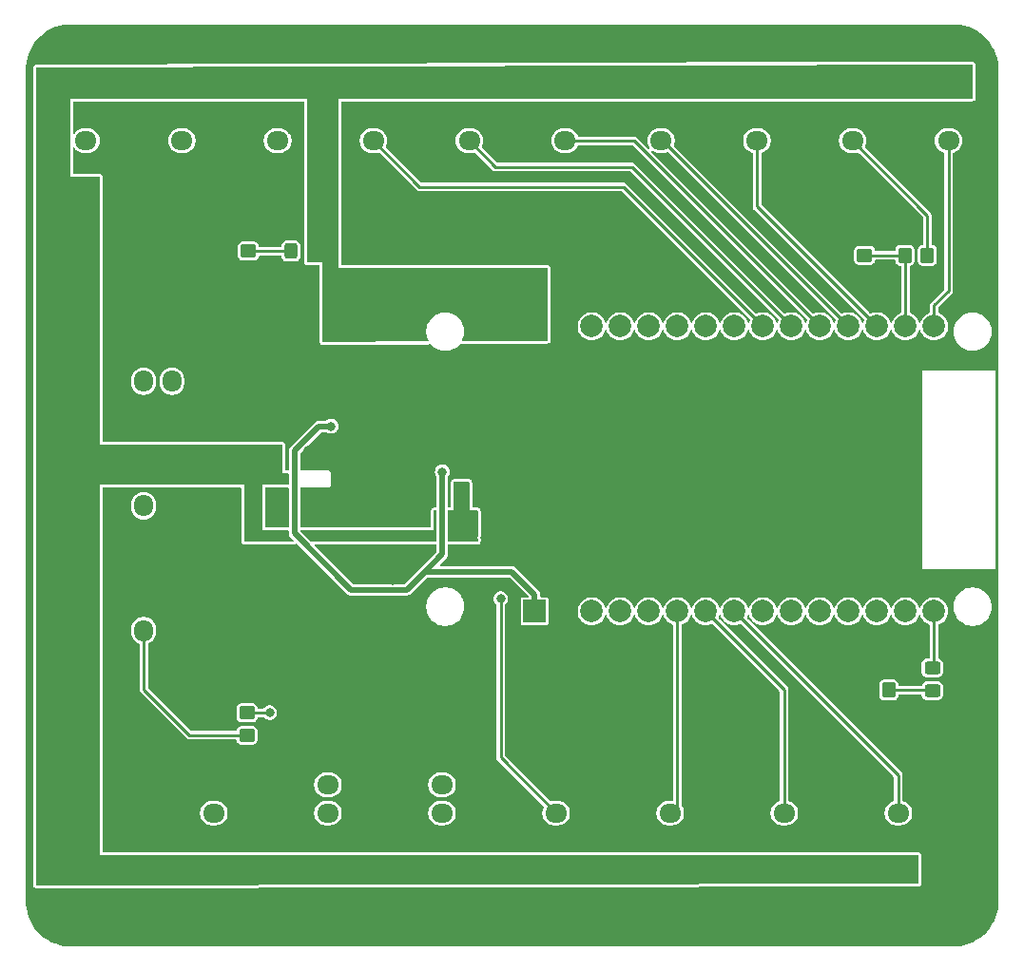
<source format=gbr>
%TF.GenerationSoftware,KiCad,Pcbnew,8.0.4*%
%TF.CreationDate,2024-09-06T13:05:26+08:00*%
%TF.ProjectId,Sensor Board,53656e73-6f72-4204-926f-6172642e6b69,rev?*%
%TF.SameCoordinates,Original*%
%TF.FileFunction,Copper,L1,Top*%
%TF.FilePolarity,Positive*%
%FSLAX46Y46*%
G04 Gerber Fmt 4.6, Leading zero omitted, Abs format (unit mm)*
G04 Created by KiCad (PCBNEW 8.0.4) date 2024-09-06 13:05:26*
%MOMM*%
%LPD*%
G01*
G04 APERTURE LIST*
G04 Aperture macros list*
%AMRoundRect*
0 Rectangle with rounded corners*
0 $1 Rounding radius*
0 $2 $3 $4 $5 $6 $7 $8 $9 X,Y pos of 4 corners*
0 Add a 4 corners polygon primitive as box body*
4,1,4,$2,$3,$4,$5,$6,$7,$8,$9,$2,$3,0*
0 Add four circle primitives for the rounded corners*
1,1,$1+$1,$2,$3*
1,1,$1+$1,$4,$5*
1,1,$1+$1,$6,$7*
1,1,$1+$1,$8,$9*
0 Add four rect primitives between the rounded corners*
20,1,$1+$1,$2,$3,$4,$5,0*
20,1,$1+$1,$4,$5,$6,$7,0*
20,1,$1+$1,$6,$7,$8,$9,0*
20,1,$1+$1,$8,$9,$2,$3,0*%
G04 Aperture macros list end*
%TA.AperFunction,ComponentPad*%
%ADD10RoundRect,0.250000X0.725000X-0.600000X0.725000X0.600000X-0.725000X0.600000X-0.725000X-0.600000X0*%
%TD*%
%TA.AperFunction,ComponentPad*%
%ADD11O,1.950000X1.700000*%
%TD*%
%TA.AperFunction,SMDPad,CuDef*%
%ADD12RoundRect,0.250000X-0.337500X-0.475000X0.337500X-0.475000X0.337500X0.475000X-0.337500X0.475000X0*%
%TD*%
%TA.AperFunction,ComponentPad*%
%ADD13RoundRect,0.250000X-0.725000X0.600000X-0.725000X-0.600000X0.725000X-0.600000X0.725000X0.600000X0*%
%TD*%
%TA.AperFunction,ComponentPad*%
%ADD14RoundRect,0.250000X-0.600000X-0.725000X0.600000X-0.725000X0.600000X0.725000X-0.600000X0.725000X0*%
%TD*%
%TA.AperFunction,ComponentPad*%
%ADD15O,1.700000X1.950000*%
%TD*%
%TA.AperFunction,SMDPad,CuDef*%
%ADD16RoundRect,0.250000X0.450000X-0.350000X0.450000X0.350000X-0.450000X0.350000X-0.450000X-0.350000X0*%
%TD*%
%TA.AperFunction,SMDPad,CuDef*%
%ADD17RoundRect,0.250000X0.450000X-0.325000X0.450000X0.325000X-0.450000X0.325000X-0.450000X-0.325000X0*%
%TD*%
%TA.AperFunction,ComponentPad*%
%ADD18R,2.000000X2.000000*%
%TD*%
%TA.AperFunction,ComponentPad*%
%ADD19C,2.000000*%
%TD*%
%TA.AperFunction,SMDPad,CuDef*%
%ADD20RoundRect,0.250000X0.350000X0.450000X-0.350000X0.450000X-0.350000X-0.450000X0.350000X-0.450000X0*%
%TD*%
%TA.AperFunction,SMDPad,CuDef*%
%ADD21RoundRect,0.250000X-0.325000X-0.450000X0.325000X-0.450000X0.325000X0.450000X-0.325000X0.450000X0*%
%TD*%
%TA.AperFunction,SMDPad,CuDef*%
%ADD22RoundRect,0.250000X-0.350000X-0.450000X0.350000X-0.450000X0.350000X0.450000X-0.350000X0.450000X0*%
%TD*%
%TA.AperFunction,ComponentPad*%
%ADD23RoundRect,0.250001X1.099999X1.099999X-1.099999X1.099999X-1.099999X-1.099999X1.099999X-1.099999X0*%
%TD*%
%TA.AperFunction,ComponentPad*%
%ADD24C,2.700000*%
%TD*%
%TA.AperFunction,ViaPad*%
%ADD25C,0.800000*%
%TD*%
%TA.AperFunction,Conductor*%
%ADD26C,0.254000*%
%TD*%
%TA.AperFunction,Conductor*%
%ADD27C,0.508000*%
%TD*%
G04 APERTURE END LIST*
D10*
%TO.P,7,1,Pin_1*%
%TO.N,+5V*%
X143747000Y-133818000D03*
D11*
%TO.P,7,2,Pin_2*%
%TO.N,GND*%
X143747000Y-131318000D03*
%TO.P,7,3,Pin_3*%
%TO.N,7*%
X143747000Y-128818000D03*
%TD*%
D10*
%TO.P,Code_B,1,Pin_1*%
%TO.N,+5V*%
X133587000Y-133818000D03*
D11*
%TO.P,Code_B,2,Pin_2*%
%TO.N,GND*%
X133587000Y-131318000D03*
%TO.P,Code_B,3,Pin_3*%
%TO.N,Code B*%
X133587000Y-128818000D03*
%TD*%
D12*
%TO.P,C1,1*%
%TO.N,+5V*%
X121771500Y-81915000D03*
%TO.P,C1,2*%
%TO.N,GND*%
X123846500Y-81915000D03*
%TD*%
D13*
%TO.P,~RST,1,Pin_1*%
%TO.N,+5V*%
X158369000Y-63921000D03*
D11*
%TO.P,~RST,2,Pin_2*%
%TO.N,GND*%
X158369000Y-66421000D03*
%TO.P,~RST,3,Pin_3*%
%TO.N,~RST*%
X158369000Y-68921000D03*
%TD*%
D14*
%TO.P,CAN,1,Pin_1*%
%TO.N,+5V*%
X81701000Y-90343500D03*
D15*
%TO.P,CAN,2,Pin_2*%
%TO.N,GND*%
X84201000Y-90343500D03*
%TO.P,CAN,3,Pin_3*%
%TO.N,CANH*%
X86701000Y-90343500D03*
%TO.P,CAN,4,Pin_4*%
%TO.N,CANL*%
X89201000Y-90343500D03*
%TD*%
D16*
%TO.P,R6,1*%
%TO.N,Brake-1*%
X95902000Y-121902000D03*
%TO.P,R6,2*%
%TO.N,Brake-1-S*%
X95902000Y-119902000D03*
%TD*%
D13*
%TO.P,Temp,1,Pin_1*%
%TO.N,+5V*%
X107156999Y-63921000D03*
D11*
%TO.P,Temp,2,Pin_2*%
%TO.N,GND*%
X107156999Y-66421000D03*
%TO.P,Temp,3,Pin_3*%
%TO.N,Temp*%
X107156999Y-68921000D03*
%TD*%
D13*
%TO.P,Throt_5,1,Pin_1*%
%TO.N,+5V*%
X149833664Y-63921000D03*
D11*
%TO.P,Throt_5,2,Pin_2*%
%TO.N,GND*%
X149833664Y-66421000D03*
%TO.P,Throt_5,3,Pin_3*%
%TO.N,Throttle_5*%
X149833664Y-68921000D03*
%TD*%
D13*
%TO.P,Flow,1,Pin_1*%
%TO.N,+5V*%
X98621666Y-63921000D03*
D11*
%TO.P,Flow,2,Pin_2*%
%TO.N,GND*%
X98621666Y-66421000D03*
%TO.P,Flow,3,Pin_3*%
%TO.N,Flow*%
X98621666Y-68921000D03*
%TD*%
D10*
%TO.P,8,1,Pin_1*%
%TO.N,+5V*%
X153907000Y-133818000D03*
D11*
%TO.P,8,2,Pin_2*%
%TO.N,GND*%
X153907000Y-131318000D03*
%TO.P,8,3,Pin_3*%
%TO.N,8*%
X153907000Y-128818000D03*
%TD*%
D13*
%TO.P,Pilot_2,1,Pin_1*%
%TO.N,+5V*%
X124227665Y-63921000D03*
D11*
%TO.P,Pilot_2,2,Pin_2*%
%TO.N,GND*%
X124227665Y-66421000D03*
%TO.P,Pilot_2,3,Pin_3*%
%TO.N,Pitot_2*%
X124227665Y-68921000D03*
%TD*%
D16*
%TO.P,R2,1*%
%TO.N,GND*%
X96012000Y-80756000D03*
%TO.P,R2,2*%
%TO.N,Net-(D1-K)*%
X96012000Y-78756000D03*
%TD*%
D10*
%TO.P,B8,1,Pin_1*%
%TO.N,+5V*%
X123427000Y-133818000D03*
D11*
%TO.P,B8,2,Pin_2*%
%TO.N,GND*%
X123427000Y-131318000D03*
%TO.P,B8,3,Pin_3*%
%TO.N,B8*%
X123427000Y-128818000D03*
%TD*%
D13*
%TO.P,Current,1,Pin_1*%
%TO.N,+5V*%
X132762998Y-63921000D03*
D11*
%TO.P,Current,2,Pin_2*%
%TO.N,GND*%
X132762998Y-66421000D03*
%TO.P,Current,3,Pin_3*%
%TO.N,Current*%
X132762998Y-68921000D03*
%TD*%
D13*
%TO.P,Strain_2,1,Pin_1*%
%TO.N,+5V*%
X90086333Y-63921000D03*
D11*
%TO.P,Strain_2,2,Pin_2*%
%TO.N,GND*%
X90086333Y-66421000D03*
%TO.P,Strain_2,3,Pin_3*%
%TO.N,Strain_2*%
X90086333Y-68921000D03*
%TD*%
D10*
%TO.P,GYRD_RAW,1,Pin_1*%
%TO.N,+5V*%
X113267000Y-133818000D03*
D11*
%TO.P,GYRD_RAW,2,Pin_2*%
%TO.N,GND*%
X113267000Y-131318000D03*
%TO.P,GYRD_RAW,3,Pin_3*%
%TO.N,GYRO_SDA_RAW*%
X113267000Y-128818000D03*
%TO.P,GYRD_RAW,4,Pin_4*%
%TO.N,GYRO_SCL_RAW*%
X113267000Y-126318000D03*
%TD*%
D17*
%TO.P,D2,1,K*%
%TO.N,Net-(D2-K)*%
X156919000Y-117930000D03*
%TO.P,D2,2,A*%
%TO.N,Status*%
X156919000Y-115880000D03*
%TD*%
D10*
%TO.P,AT,1,Pin_1*%
%TO.N,+5V*%
X103107000Y-133818000D03*
D11*
%TO.P,AT,2,Pin_2*%
%TO.N,GND*%
X103107000Y-131318000D03*
%TO.P,AT,3,Pin_3*%
%TO.N,AT_RX*%
X103107000Y-128818000D03*
%TO.P,AT,4,Pin_4*%
%TO.N,AT_TX*%
X103107000Y-126318000D03*
%TD*%
D18*
%TO.P,U1,1,3V3*%
%TO.N,+3.3V*%
X121518000Y-110852500D03*
D19*
%TO.P,U1,2,GND*%
%TO.N,GND*%
X124058000Y-110852500D03*
%TO.P,U1,3,D15*%
%TO.N,Code A*%
X126598000Y-110852500D03*
%TO.P,U1,4,D2*%
%TO.N,Brake-1-S*%
X129138000Y-110852500D03*
%TO.P,U1,5,D4*%
%TO.N,Brake-2-S*%
X131678000Y-110852500D03*
%TO.P,U1,6,RX2*%
%TO.N,Code B*%
X134218000Y-110852500D03*
%TO.P,U1,7,TX2*%
%TO.N,7*%
X136758000Y-110852500D03*
%TO.P,U1,8,D5*%
%TO.N,8*%
X139298000Y-110852500D03*
%TO.P,U1,9,D18*%
%TO.N,TX*%
X141838000Y-110852500D03*
%TO.P,U1,10,D19*%
%TO.N,RX*%
X144378000Y-110852500D03*
%TO.P,U1,11,D21*%
%TO.N,GYRO_SDA*%
X146918000Y-110852500D03*
%TO.P,U1,12,RX0*%
%TO.N,A8*%
X149458000Y-110852500D03*
%TO.P,U1,13,TX0*%
%TO.N,OE*%
X151998000Y-110852500D03*
%TO.P,U1,14,D22*%
%TO.N,GYRO_SCL*%
X154538000Y-110852500D03*
%TO.P,U1,15,D23*%
%TO.N,Status*%
X157078000Y-110852500D03*
%TO.P,U1,16,EN*%
%TO.N,~RST*%
X157078000Y-85452500D03*
%TO.P,U1,17,VP*%
%TO.N,Throttle_5_S*%
X154538000Y-85452500D03*
%TO.P,U1,18,VN*%
%TO.N,Throttle_3.3*%
X151998000Y-85452500D03*
%TO.P,U1,19,D34*%
%TO.N,Current*%
X149458000Y-85452500D03*
%TO.P,U1,20,D35*%
%TO.N,Pitot_2*%
X146918000Y-85452500D03*
%TO.P,U1,21,D32*%
%TO.N,Pitot_1*%
X144378000Y-85452500D03*
%TO.P,U1,22,D33*%
%TO.N,Temp*%
X141838000Y-85452500D03*
%TO.P,U1,23,D25*%
%TO.N,Flow*%
X139298000Y-85452500D03*
%TO.P,U1,24,D26*%
%TO.N,Strain_2*%
X136758000Y-85452500D03*
%TO.P,U1,25,D27*%
%TO.N,Strain_1*%
X134218000Y-85452500D03*
%TO.P,U1,26,D14*%
%TO.N,SCK*%
X131678000Y-85452500D03*
%TO.P,U1,27,D12*%
%TO.N,CAN_TX*%
X129138000Y-85452500D03*
%TO.P,U1,28,D13*%
%TO.N,CAN_RX*%
X126598000Y-85452500D03*
%TO.P,U1,29,GND*%
%TO.N,GND*%
X124058000Y-85452500D03*
%TO.P,U1,30,VIN*%
%TO.N,+5V*%
X121518000Y-85452500D03*
%TD*%
D20*
%TO.P,R4,1*%
%TO.N,Throttle_5*%
X156474336Y-79131336D03*
%TO.P,R4,2*%
%TO.N,Throttle_5_S*%
X154474336Y-79131336D03*
%TD*%
D21*
%TO.P,D1,1,K*%
%TO.N,Net-(D1-K)*%
X99813000Y-78740000D03*
%TO.P,D1,2,A*%
%TO.N,+5V*%
X101863000Y-78740000D03*
%TD*%
D14*
%TO.P,Brake_1,1,Pin_1*%
%TO.N,+5V*%
X81701000Y-112568500D03*
D15*
%TO.P,Brake_1,2,Pin_2*%
%TO.N,GND*%
X84201000Y-112568500D03*
%TO.P,Brake_1,3,Pin_3*%
%TO.N,Brake-1*%
X86701000Y-112568500D03*
%TD*%
D13*
%TO.P,Throt_3.3,1,Pin_1*%
%TO.N,+5V*%
X141298331Y-63921000D03*
D11*
%TO.P,Throt_3.3,2,Pin_2*%
%TO.N,GND*%
X141298331Y-66421000D03*
%TO.P,Throt_3.3,3,Pin_3*%
%TO.N,Throttle_3.3*%
X141298331Y-68921000D03*
%TD*%
D13*
%TO.P,Strain_1,1,Pin_1*%
%TO.N,+5V*%
X81551000Y-63921000D03*
D11*
%TO.P,Strain_1,2,Pin_2*%
%TO.N,GND*%
X81551000Y-66421000D03*
%TO.P,Strain_1,3,Pin_3*%
%TO.N,Strain_1*%
X81551000Y-68921000D03*
%TD*%
D13*
%TO.P,Pilot_1,1,Pin_1*%
%TO.N,+5V*%
X115692332Y-63921000D03*
D11*
%TO.P,Pilot_1,2,Pin_2*%
%TO.N,GND*%
X115692332Y-66421000D03*
%TO.P,Pilot_1,3,Pin_3*%
%TO.N,Pitot_1*%
X115692332Y-68921000D03*
%TD*%
D16*
%TO.P,R5,1*%
%TO.N,Throttle_5_S*%
X150876000Y-79133336D03*
%TO.P,R5,2*%
%TO.N,GND*%
X150876000Y-77133336D03*
%TD*%
D10*
%TO.P,Code_A,1,Pin_1*%
%TO.N,+5V*%
X92947000Y-133818000D03*
D11*
%TO.P,Code_A,2,Pin_2*%
%TO.N,GND*%
X92947000Y-131318000D03*
%TO.P,Code_A,3,Pin_3*%
%TO.N,Code A*%
X92947000Y-128818000D03*
%TD*%
D22*
%TO.P,R3,1*%
%TO.N,GND*%
X151031000Y-117856000D03*
%TO.P,R3,2*%
%TO.N,Net-(D2-K)*%
X153031000Y-117856000D03*
%TD*%
D14*
%TO.P,Brake_2,1,Pin_1*%
%TO.N,+5V*%
X81701000Y-101456000D03*
D15*
%TO.P,Brake_2,2,Pin_2*%
%TO.N,GND*%
X84201000Y-101456000D03*
%TO.P,Brake_2,3,Pin_3*%
%TO.N,Brake-2*%
X86701000Y-101456000D03*
%TD*%
D23*
%TO.P,Power,1,Pin_1*%
%TO.N,GND*%
X84942500Y-80179000D03*
D24*
%TO.P,Power,2,Pin_2*%
%TO.N,+5V*%
X80982500Y-80179000D03*
%TD*%
D25*
%TO.N,Brake-1-S*%
X97917000Y-119888000D03*
%TO.N,GND*%
X106934000Y-139446000D03*
X117348000Y-109093000D03*
X91059000Y-90805000D03*
X111506000Y-96647000D03*
X125095000Y-92075000D03*
X140462000Y-113284000D03*
X133223000Y-75565000D03*
X104140000Y-114808000D03*
X102489000Y-120269000D03*
X125603000Y-122428000D03*
X119634000Y-101092000D03*
X111633000Y-98552000D03*
X106680000Y-137922000D03*
X125222000Y-139319000D03*
X155829000Y-82931000D03*
X130429000Y-122428000D03*
X92837000Y-136017000D03*
X108458000Y-120142000D03*
X123825000Y-73914000D03*
X125857000Y-87503000D03*
X97790000Y-91694000D03*
X90424000Y-136017000D03*
X130429000Y-131699000D03*
X143129000Y-113284000D03*
X127762000Y-77851000D03*
X143256000Y-83058000D03*
X139446000Y-97028000D03*
X119634000Y-109855000D03*
X155067000Y-116713000D03*
X108966000Y-93472000D03*
X97917000Y-79883000D03*
X118872000Y-135890000D03*
X97790000Y-93472000D03*
X144780000Y-117856000D03*
X133096000Y-83058000D03*
X152527000Y-83058000D03*
X140716000Y-83058000D03*
X107061000Y-125349000D03*
X102997000Y-102743000D03*
X123190000Y-101092000D03*
X90678000Y-122809000D03*
X107569000Y-106934000D03*
X135128000Y-102997000D03*
X146304000Y-108966000D03*
X114173000Y-96012000D03*
X121666000Y-108077000D03*
X135636000Y-75438000D03*
X141224000Y-108966000D03*
X90424000Y-120396000D03*
X100711000Y-124968000D03*
X142748000Y-120396000D03*
X109728000Y-109982000D03*
X127762000Y-113284000D03*
X103759000Y-100330000D03*
X88646000Y-95123000D03*
X104902000Y-71628000D03*
X157353000Y-76835000D03*
X104140000Y-110363000D03*
X135763000Y-101092000D03*
X101346000Y-96520000D03*
X124333000Y-137922000D03*
X115062000Y-126238000D03*
X112522000Y-88265000D03*
X134239000Y-104648000D03*
X87757000Y-131699000D03*
X145796000Y-83058000D03*
X132969000Y-113284000D03*
X153924000Y-77343000D03*
X116205000Y-139446000D03*
X138176000Y-83058000D03*
X101854000Y-81788000D03*
X122555000Y-99314000D03*
X97790000Y-77851000D03*
X135763000Y-83058000D03*
X97282000Y-139446000D03*
X102489000Y-114808000D03*
X94996000Y-95123000D03*
X130429000Y-113284000D03*
X104902000Y-77851000D03*
X87249000Y-92202000D03*
X102616000Y-109347000D03*
X128524000Y-87376000D03*
X132969000Y-122428000D03*
X112141000Y-100965000D03*
X125984000Y-70104000D03*
X105537000Y-96520000D03*
X138049000Y-109093000D03*
X111252000Y-73914000D03*
X136652000Y-99441000D03*
X148844000Y-108966000D03*
X89154000Y-75057000D03*
X108839000Y-99441000D03*
X118364000Y-95123000D03*
X97028000Y-137922000D03*
X115951000Y-137922000D03*
X151384000Y-108966000D03*
X103251000Y-105537000D03*
X89789000Y-131699000D03*
X118872000Y-72136000D03*
X104140000Y-120269000D03*
X138176000Y-75438000D03*
X92329000Y-93472000D03*
X105791000Y-105918000D03*
X94742000Y-118618000D03*
X128016000Y-131699000D03*
X124206000Y-102870000D03*
X143764000Y-108966000D03*
X100711000Y-117221000D03*
X117094000Y-104267000D03*
X128524000Y-75946000D03*
X115062000Y-75946000D03*
X149225000Y-79375000D03*
X140716000Y-75438000D03*
X148336000Y-83058000D03*
X127889000Y-122428000D03*
X117094000Y-124206000D03*
X120396000Y-95250000D03*
X98806000Y-102616000D03*
X112268000Y-91821000D03*
X108839000Y-108077000D03*
X135636000Y-122428000D03*
X122682000Y-97028000D03*
X105918000Y-120650000D03*
X119888000Y-90551000D03*
X100457000Y-75692000D03*
X138049000Y-98044000D03*
X136271000Y-113284000D03*
X115316000Y-77851000D03*
X105791000Y-111125000D03*
X87757000Y-136144000D03*
%TO.N,+3.3V*%
X113284000Y-98425000D03*
X103378000Y-94361000D03*
%TO.N,B8*%
X118491000Y-109728000D03*
%TO.N,+5V*%
X114681000Y-104140000D03*
X110998000Y-104140000D03*
X102616000Y-69977000D03*
X127889000Y-133858000D03*
X89090500Y-97282000D03*
X102616000Y-75438000D03*
X103124000Y-77851000D03*
X85883750Y-97282000D03*
X102616000Y-72644000D03*
X106934000Y-104140000D03*
X87757000Y-133858000D03*
X92297250Y-97282000D03*
X102743000Y-104140000D03*
X95504000Y-97282000D03*
X130429000Y-133858000D03*
X89789000Y-133858000D03*
X82677000Y-97282000D03*
%TD*%
D26*
%TO.N,Temp*%
X129410500Y-73025000D02*
X111260999Y-73025000D01*
X111260999Y-73025000D02*
X107156999Y-68921000D01*
X141838000Y-85452500D02*
X129410500Y-73025000D01*
%TO.N,Throttle_5*%
X156464000Y-79121000D02*
X156474336Y-79131336D01*
X156474336Y-79131336D02*
X156474336Y-75561672D01*
X156474336Y-75561672D02*
X149833664Y-68921000D01*
%TO.N,Brake-1*%
X86701000Y-117816000D02*
X86701000Y-112568500D01*
X90787000Y-121902000D02*
X95902000Y-121902000D01*
X86701000Y-117816000D02*
X90787000Y-121902000D01*
%TO.N,Throttle_5_S*%
X154538000Y-85452500D02*
X154538000Y-79195000D01*
X150876000Y-79133336D02*
X154472336Y-79133336D01*
X154538000Y-79195000D02*
X154474336Y-79131336D01*
X154472336Y-79133336D02*
X154474336Y-79131336D01*
%TO.N,Brake-1-S*%
X95902000Y-119902000D02*
X97903000Y-119902000D01*
X97903000Y-119902000D02*
X97917000Y-119888000D01*
%TO.N,Net-(D1-K)*%
X96012000Y-78756000D02*
X99797000Y-78756000D01*
X99797000Y-78756000D02*
X99813000Y-78740000D01*
%TO.N,Net-(D2-K)*%
X156845000Y-117856000D02*
X156919000Y-117930000D01*
X153031000Y-117856000D02*
X156845000Y-117856000D01*
%TO.N,Pitot_1*%
X118018332Y-71247000D02*
X115692332Y-68921000D01*
X144378000Y-85452500D02*
X130172500Y-71247000D01*
X130172500Y-71247000D02*
X118018332Y-71247000D01*
D27*
%TO.N,+3.3V*%
X105151000Y-108931000D02*
X110109000Y-108931000D01*
X102297261Y-94361000D02*
X100110000Y-96548261D01*
X110109000Y-108931000D02*
X111735000Y-107305000D01*
X111735000Y-107305000D02*
X113290000Y-105750000D01*
X103378000Y-94361000D02*
X102297261Y-94361000D01*
X100110000Y-96548261D02*
X100110000Y-103890000D01*
X100110000Y-103890000D02*
X105151000Y-108931000D01*
X121518000Y-109344500D02*
X119478500Y-107305000D01*
X121518000Y-110852500D02*
X121518000Y-109344500D01*
X113290000Y-105750000D02*
X113284000Y-105744000D01*
X119478500Y-107305000D02*
X111735000Y-107305000D01*
X113284000Y-105744000D02*
X113284000Y-98425000D01*
D26*
%TO.N,B8*%
X123397000Y-128858000D02*
X123444000Y-128858000D01*
X118491000Y-109728000D02*
X118491000Y-123882000D01*
X118491000Y-123882000D02*
X123427000Y-128818000D01*
%TO.N,Code B*%
X134218000Y-110852500D02*
X134218000Y-128187000D01*
X134218000Y-128187000D02*
X133587000Y-128818000D01*
%TO.N,Pitot_2*%
X130386500Y-68921000D02*
X124227665Y-68921000D01*
X146918000Y-85452500D02*
X130386500Y-68921000D01*
%TO.N,Throttle_3.3*%
X141298331Y-74752831D02*
X141298331Y-68921000D01*
X151998000Y-85452500D02*
X141298331Y-74752831D01*
%TO.N,Status*%
X157078000Y-115721000D02*
X156919000Y-115880000D01*
X157078000Y-110852500D02*
X157078000Y-115721000D01*
%TO.N,Current*%
X149458000Y-85452500D02*
X132926500Y-68921000D01*
X132926500Y-68921000D02*
X132762998Y-68921000D01*
%TO.N,~RST*%
X158369000Y-82296000D02*
X157078000Y-83587000D01*
X158369000Y-68921000D02*
X158369000Y-82296000D01*
X157078000Y-83587000D02*
X157078000Y-85452500D01*
%TO.N,7*%
X143747000Y-117841500D02*
X136758000Y-110852500D01*
X143747000Y-128818000D02*
X143747000Y-117841500D01*
%TO.N,8*%
X153907000Y-125461500D02*
X139298000Y-110852500D01*
X153907000Y-128818000D02*
X153907000Y-125461500D01*
%TD*%
%TA.AperFunction,Conductor*%
%TO.N,GND*%
G36*
X112757194Y-104925806D02*
G01*
X112775500Y-104970000D01*
X112775500Y-105519484D01*
X112757194Y-105563678D01*
X109916678Y-108404194D01*
X109872484Y-108422500D01*
X105387515Y-108422500D01*
X105343321Y-108404194D01*
X101953322Y-105014194D01*
X101935016Y-104970000D01*
X101953322Y-104925806D01*
X101997516Y-104907500D01*
X112713000Y-104907500D01*
X112757194Y-104925806D01*
G37*
%TD.AperFunction*%
%TA.AperFunction,Conductor*%
G36*
X99583194Y-99845806D02*
G01*
X99601500Y-99890000D01*
X99601500Y-103310000D01*
X99583194Y-103354194D01*
X99539000Y-103372500D01*
X97604000Y-103372500D01*
X97559806Y-103354194D01*
X97541500Y-103310000D01*
X97541500Y-99890000D01*
X97559806Y-99845806D01*
X97604000Y-99827500D01*
X99539000Y-99827500D01*
X99583194Y-99845806D01*
G37*
%TD.AperFunction*%
%TA.AperFunction,Conductor*%
G36*
X132012487Y-69831776D02*
G01*
X132059114Y-69865653D01*
X132214017Y-69944580D01*
X132379360Y-69998303D01*
X132551072Y-70025500D01*
X132551074Y-70025500D01*
X132974922Y-70025500D01*
X132974924Y-70025500D01*
X133146636Y-69998303D01*
X133311979Y-69944580D01*
X133336823Y-69931920D01*
X133384509Y-69928166D01*
X133409392Y-69943414D01*
X148311483Y-84845505D01*
X148329789Y-84889699D01*
X148323933Y-84916112D01*
X148274653Y-85021793D01*
X148248370Y-85119883D01*
X148219250Y-85157833D01*
X148171823Y-85164076D01*
X148133873Y-85134956D01*
X148127630Y-85119883D01*
X148101349Y-85021804D01*
X148101348Y-85021802D01*
X148101347Y-85021797D01*
X148019142Y-84845506D01*
X148008581Y-84822857D01*
X148008579Y-84822855D01*
X148008579Y-84822854D01*
X147882674Y-84643043D01*
X147882673Y-84643041D01*
X147727458Y-84487826D01*
X147613061Y-84407725D01*
X147547646Y-84361921D01*
X147547644Y-84361920D01*
X147547642Y-84361918D01*
X147348708Y-84269155D01*
X147348695Y-84269150D01*
X147136681Y-84212340D01*
X147136675Y-84212339D01*
X146918002Y-84193208D01*
X146917998Y-84193208D01*
X146699324Y-84212339D01*
X146699318Y-84212340D01*
X146487293Y-84269153D01*
X146381612Y-84318433D01*
X146333822Y-84320520D01*
X146311005Y-84305983D01*
X131931557Y-69926534D01*
X131913251Y-69882340D01*
X131931557Y-69838146D01*
X131975751Y-69819840D01*
X132012487Y-69831776D01*
G37*
%TD.AperFunction*%
%TA.AperFunction,Conductor*%
G36*
X158814407Y-58547004D02*
G01*
X159007700Y-58549376D01*
X159013059Y-58549672D01*
X159398220Y-58587607D01*
X159404287Y-58588507D01*
X159783491Y-58663935D01*
X159789440Y-58665424D01*
X160159440Y-58777663D01*
X160165205Y-58779727D01*
X160522422Y-58927691D01*
X160527966Y-58930313D01*
X160868940Y-59112568D01*
X160874201Y-59115721D01*
X161195685Y-59330530D01*
X161200611Y-59334184D01*
X161499480Y-59579458D01*
X161504025Y-59583577D01*
X161777422Y-59856974D01*
X161781541Y-59861519D01*
X162026815Y-60160388D01*
X162030469Y-60165314D01*
X162245278Y-60486798D01*
X162248431Y-60492059D01*
X162430686Y-60833033D01*
X162433308Y-60838577D01*
X162581272Y-61195794D01*
X162583339Y-61201569D01*
X162695574Y-61571558D01*
X162697064Y-61577508D01*
X162772492Y-61956712D01*
X162773392Y-61962779D01*
X162811327Y-62347940D01*
X162811623Y-62353299D01*
X162813995Y-62546592D01*
X162814000Y-62547359D01*
X162814000Y-136715640D01*
X162813995Y-136716407D01*
X162811623Y-136909700D01*
X162811327Y-136915059D01*
X162773392Y-137300220D01*
X162772492Y-137306287D01*
X162697064Y-137685491D01*
X162695574Y-137691441D01*
X162583339Y-138061430D01*
X162581272Y-138067205D01*
X162433308Y-138424422D01*
X162430686Y-138429966D01*
X162248431Y-138770940D01*
X162245278Y-138776201D01*
X162030469Y-139097685D01*
X162026815Y-139102611D01*
X161781541Y-139401480D01*
X161777422Y-139406025D01*
X161504025Y-139679422D01*
X161499480Y-139683541D01*
X161200611Y-139928815D01*
X161195685Y-139932469D01*
X160874201Y-140147278D01*
X160868940Y-140150431D01*
X160527966Y-140332686D01*
X160522422Y-140335308D01*
X160165205Y-140483272D01*
X160159430Y-140485339D01*
X159789441Y-140597574D01*
X159783491Y-140599064D01*
X159404287Y-140674492D01*
X159398220Y-140675392D01*
X159013059Y-140713327D01*
X159007700Y-140713623D01*
X158814408Y-140715995D01*
X158813641Y-140716000D01*
X80200359Y-140716000D01*
X80199592Y-140715995D01*
X80006299Y-140713623D01*
X80000940Y-140713327D01*
X79615779Y-140675392D01*
X79609712Y-140674492D01*
X79230508Y-140599064D01*
X79224558Y-140597574D01*
X78854569Y-140485339D01*
X78848794Y-140483272D01*
X78491577Y-140335308D01*
X78486033Y-140332686D01*
X78145059Y-140150431D01*
X78139798Y-140147278D01*
X77818314Y-139932469D01*
X77813388Y-139928815D01*
X77514519Y-139683541D01*
X77509974Y-139679422D01*
X77236577Y-139406025D01*
X77232458Y-139401480D01*
X76987184Y-139102611D01*
X76983530Y-139097685D01*
X76768721Y-138776201D01*
X76765568Y-138770940D01*
X76583313Y-138429966D01*
X76580691Y-138424422D01*
X76432727Y-138067205D01*
X76430663Y-138061440D01*
X76318424Y-137691440D01*
X76316935Y-137685491D01*
X76241507Y-137306287D01*
X76240607Y-137300220D01*
X76202672Y-136915059D01*
X76202376Y-136909700D01*
X76200005Y-136716407D01*
X76200000Y-136715640D01*
X76200000Y-62547359D01*
X76200005Y-62546592D01*
X76201566Y-62419309D01*
X76829500Y-62419309D01*
X76829500Y-135192921D01*
X76849410Y-135292182D01*
X76849412Y-135292188D01*
X76849413Y-135292191D01*
X76852809Y-135300353D01*
X76867781Y-135336337D01*
X76867789Y-135336354D01*
X76867790Y-135336356D01*
X76867792Y-135336360D01*
X76867797Y-135336368D01*
X76867798Y-135336369D01*
X76924179Y-135420454D01*
X76924181Y-135420456D01*
X77008461Y-135476572D01*
X77052685Y-135494806D01*
X77152020Y-135514398D01*
X155640020Y-135387600D01*
X155640025Y-135387599D01*
X155640026Y-135387599D01*
X155673147Y-135380968D01*
X155739103Y-135367766D01*
X155783196Y-135349460D01*
X155867187Y-135293289D01*
X155923440Y-135209101D01*
X155940578Y-135167726D01*
X155941626Y-135165509D01*
X155941746Y-135164907D01*
X155941747Y-135164906D01*
X155961500Y-135065600D01*
X155961500Y-132650499D01*
X155941746Y-132551193D01*
X155923440Y-132506999D01*
X155867189Y-132422813D01*
X155867186Y-132422810D01*
X155783002Y-132366561D01*
X155782998Y-132366558D01*
X155741649Y-132349431D01*
X155739414Y-132348374D01*
X155639500Y-132328500D01*
X83126000Y-132328500D01*
X83081806Y-132310194D01*
X83063500Y-132266000D01*
X83063500Y-128731076D01*
X91717500Y-128731076D01*
X91717500Y-128904923D01*
X91717501Y-128904937D01*
X91744696Y-129076637D01*
X91798419Y-129241979D01*
X91798423Y-129241987D01*
X91877348Y-129396886D01*
X91979534Y-129537532D01*
X91979541Y-129537540D01*
X92102459Y-129660458D01*
X92102467Y-129660465D01*
X92243116Y-129762653D01*
X92398019Y-129841580D01*
X92563362Y-129895303D01*
X92735074Y-129922500D01*
X92735076Y-129922500D01*
X93158924Y-129922500D01*
X93158926Y-129922500D01*
X93330638Y-129895303D01*
X93495981Y-129841580D01*
X93650884Y-129762653D01*
X93791533Y-129660465D01*
X93914465Y-129537533D01*
X94016653Y-129396884D01*
X94095580Y-129241981D01*
X94149303Y-129076638D01*
X94176500Y-128904926D01*
X94176500Y-128731076D01*
X101877500Y-128731076D01*
X101877500Y-128904923D01*
X101877501Y-128904937D01*
X101904696Y-129076637D01*
X101958419Y-129241979D01*
X101958423Y-129241987D01*
X102037348Y-129396886D01*
X102139534Y-129537532D01*
X102139541Y-129537540D01*
X102262459Y-129660458D01*
X102262467Y-129660465D01*
X102403116Y-129762653D01*
X102558019Y-129841580D01*
X102723362Y-129895303D01*
X102895074Y-129922500D01*
X102895076Y-129922500D01*
X103318924Y-129922500D01*
X103318926Y-129922500D01*
X103490638Y-129895303D01*
X103655981Y-129841580D01*
X103810884Y-129762653D01*
X103951533Y-129660465D01*
X104074465Y-129537533D01*
X104176653Y-129396884D01*
X104255580Y-129241981D01*
X104309303Y-129076638D01*
X104336500Y-128904926D01*
X104336500Y-128731076D01*
X112037500Y-128731076D01*
X112037500Y-128904923D01*
X112037501Y-128904937D01*
X112064696Y-129076637D01*
X112118419Y-129241979D01*
X112118423Y-129241987D01*
X112197348Y-129396886D01*
X112299534Y-129537532D01*
X112299541Y-129537540D01*
X112422459Y-129660458D01*
X112422467Y-129660465D01*
X112563116Y-129762653D01*
X112718019Y-129841580D01*
X112883362Y-129895303D01*
X113055074Y-129922500D01*
X113055076Y-129922500D01*
X113478924Y-129922500D01*
X113478926Y-129922500D01*
X113650638Y-129895303D01*
X113815981Y-129841580D01*
X113970884Y-129762653D01*
X114111533Y-129660465D01*
X114234465Y-129537533D01*
X114336653Y-129396884D01*
X114415580Y-129241981D01*
X114469303Y-129076638D01*
X114496500Y-128904926D01*
X114496500Y-128731074D01*
X114469303Y-128559362D01*
X114415580Y-128394019D01*
X114336653Y-128239116D01*
X114234465Y-128098467D01*
X114234458Y-128098459D01*
X114111540Y-127975541D01*
X114111532Y-127975534D01*
X113970886Y-127873348D01*
X113815987Y-127794423D01*
X113815979Y-127794419D01*
X113650636Y-127740696D01*
X113650637Y-127740696D01*
X113478937Y-127713501D01*
X113478927Y-127713500D01*
X113478926Y-127713500D01*
X113055074Y-127713500D01*
X113055072Y-127713500D01*
X113055062Y-127713501D01*
X112883362Y-127740696D01*
X112718020Y-127794419D01*
X112718012Y-127794423D01*
X112563113Y-127873348D01*
X112422467Y-127975534D01*
X112422459Y-127975541D01*
X112299541Y-128098459D01*
X112299534Y-128098467D01*
X112197348Y-128239113D01*
X112118423Y-128394012D01*
X112118419Y-128394020D01*
X112064696Y-128559362D01*
X112037501Y-128731062D01*
X112037500Y-128731076D01*
X104336500Y-128731076D01*
X104336500Y-128731074D01*
X104309303Y-128559362D01*
X104255580Y-128394019D01*
X104176653Y-128239116D01*
X104074465Y-128098467D01*
X104074458Y-128098459D01*
X103951540Y-127975541D01*
X103951532Y-127975534D01*
X103810886Y-127873348D01*
X103655987Y-127794423D01*
X103655979Y-127794419D01*
X103490636Y-127740696D01*
X103490637Y-127740696D01*
X103318937Y-127713501D01*
X103318927Y-127713500D01*
X103318926Y-127713500D01*
X102895074Y-127713500D01*
X102895072Y-127713500D01*
X102895062Y-127713501D01*
X102723362Y-127740696D01*
X102558020Y-127794419D01*
X102558012Y-127794423D01*
X102403113Y-127873348D01*
X102262467Y-127975534D01*
X102262459Y-127975541D01*
X102139541Y-128098459D01*
X102139534Y-128098467D01*
X102037348Y-128239113D01*
X101958423Y-128394012D01*
X101958419Y-128394020D01*
X101904696Y-128559362D01*
X101877501Y-128731062D01*
X101877500Y-128731076D01*
X94176500Y-128731076D01*
X94176500Y-128731074D01*
X94149303Y-128559362D01*
X94095580Y-128394019D01*
X94016653Y-128239116D01*
X93914465Y-128098467D01*
X93914458Y-128098459D01*
X93791540Y-127975541D01*
X93791532Y-127975534D01*
X93650886Y-127873348D01*
X93495987Y-127794423D01*
X93495979Y-127794419D01*
X93330636Y-127740696D01*
X93330637Y-127740696D01*
X93158937Y-127713501D01*
X93158927Y-127713500D01*
X93158926Y-127713500D01*
X92735074Y-127713500D01*
X92735072Y-127713500D01*
X92735062Y-127713501D01*
X92563362Y-127740696D01*
X92398020Y-127794419D01*
X92398012Y-127794423D01*
X92243113Y-127873348D01*
X92102467Y-127975534D01*
X92102459Y-127975541D01*
X91979541Y-128098459D01*
X91979534Y-128098467D01*
X91877348Y-128239113D01*
X91798423Y-128394012D01*
X91798419Y-128394020D01*
X91744696Y-128559362D01*
X91717501Y-128731062D01*
X91717500Y-128731076D01*
X83063500Y-128731076D01*
X83063500Y-126231076D01*
X101877500Y-126231076D01*
X101877500Y-126404923D01*
X101877501Y-126404937D01*
X101904696Y-126576637D01*
X101958419Y-126741979D01*
X101958423Y-126741987D01*
X102037348Y-126896886D01*
X102139534Y-127037532D01*
X102139541Y-127037540D01*
X102262459Y-127160458D01*
X102262467Y-127160465D01*
X102403116Y-127262653D01*
X102558019Y-127341580D01*
X102723362Y-127395303D01*
X102895074Y-127422500D01*
X102895076Y-127422500D01*
X103318924Y-127422500D01*
X103318926Y-127422500D01*
X103490638Y-127395303D01*
X103655981Y-127341580D01*
X103810884Y-127262653D01*
X103951533Y-127160465D01*
X104074465Y-127037533D01*
X104176653Y-126896884D01*
X104255580Y-126741981D01*
X104309303Y-126576638D01*
X104336500Y-126404926D01*
X104336500Y-126231076D01*
X112037500Y-126231076D01*
X112037500Y-126404923D01*
X112037501Y-126404937D01*
X112064696Y-126576637D01*
X112118419Y-126741979D01*
X112118423Y-126741987D01*
X112197348Y-126896886D01*
X112299534Y-127037532D01*
X112299541Y-127037540D01*
X112422459Y-127160458D01*
X112422467Y-127160465D01*
X112563116Y-127262653D01*
X112718019Y-127341580D01*
X112883362Y-127395303D01*
X113055074Y-127422500D01*
X113055076Y-127422500D01*
X113478924Y-127422500D01*
X113478926Y-127422500D01*
X113650638Y-127395303D01*
X113815981Y-127341580D01*
X113970884Y-127262653D01*
X114111533Y-127160465D01*
X114234465Y-127037533D01*
X114336653Y-126896884D01*
X114415580Y-126741981D01*
X114469303Y-126576638D01*
X114496500Y-126404926D01*
X114496500Y-126231074D01*
X114469303Y-126059362D01*
X114415580Y-125894019D01*
X114336653Y-125739116D01*
X114234465Y-125598467D01*
X114234458Y-125598459D01*
X114111540Y-125475541D01*
X114111532Y-125475534D01*
X113970884Y-125373347D01*
X113815987Y-125294423D01*
X113815979Y-125294419D01*
X113650636Y-125240696D01*
X113650637Y-125240696D01*
X113478937Y-125213501D01*
X113478927Y-125213500D01*
X113478926Y-125213500D01*
X113055074Y-125213500D01*
X113055072Y-125213500D01*
X113055062Y-125213501D01*
X112883362Y-125240696D01*
X112718020Y-125294419D01*
X112718012Y-125294423D01*
X112563116Y-125373347D01*
X112422467Y-125475534D01*
X112422459Y-125475541D01*
X112299541Y-125598459D01*
X112299534Y-125598467D01*
X112197348Y-125739113D01*
X112118423Y-125894012D01*
X112118419Y-125894020D01*
X112064696Y-126059362D01*
X112037501Y-126231062D01*
X112037500Y-126231076D01*
X104336500Y-126231076D01*
X104336500Y-126231074D01*
X104309303Y-126059362D01*
X104255580Y-125894019D01*
X104176653Y-125739116D01*
X104074465Y-125598467D01*
X104074458Y-125598459D01*
X103951540Y-125475541D01*
X103951532Y-125475534D01*
X103810884Y-125373347D01*
X103655987Y-125294423D01*
X103655979Y-125294419D01*
X103490636Y-125240696D01*
X103490637Y-125240696D01*
X103318937Y-125213501D01*
X103318927Y-125213500D01*
X103318926Y-125213500D01*
X102895074Y-125213500D01*
X102895072Y-125213500D01*
X102895062Y-125213501D01*
X102723362Y-125240696D01*
X102558020Y-125294419D01*
X102558012Y-125294423D01*
X102403116Y-125373347D01*
X102262467Y-125475534D01*
X102262459Y-125475541D01*
X102139541Y-125598459D01*
X102139534Y-125598467D01*
X102037348Y-125739113D01*
X101958423Y-125894012D01*
X101958419Y-125894020D01*
X101904696Y-126059362D01*
X101877501Y-126231062D01*
X101877500Y-126231076D01*
X83063500Y-126231076D01*
X83063500Y-112356576D01*
X85596500Y-112356576D01*
X85596500Y-112780423D01*
X85596501Y-112780437D01*
X85623696Y-112952137D01*
X85677419Y-113117479D01*
X85677423Y-113117487D01*
X85756348Y-113272386D01*
X85858534Y-113413032D01*
X85858541Y-113413040D01*
X85981459Y-113535958D01*
X85981467Y-113535965D01*
X86122116Y-113638153D01*
X86198032Y-113676834D01*
X86277020Y-113717081D01*
X86279292Y-113718022D01*
X86278870Y-113719039D01*
X86312683Y-113747908D01*
X86319500Y-113776292D01*
X86319500Y-117866229D01*
X86345498Y-117963251D01*
X86345499Y-117963254D01*
X86355870Y-117981217D01*
X86368593Y-118003254D01*
X86395724Y-118050247D01*
X90552747Y-122207271D01*
X90552751Y-122207274D01*
X90552753Y-122207276D01*
X90639747Y-122257502D01*
X90682526Y-122268964D01*
X90736770Y-122283500D01*
X90736772Y-122283500D01*
X90736775Y-122283501D01*
X90736777Y-122283501D01*
X90841050Y-122283501D01*
X90841066Y-122283500D01*
X94889558Y-122283500D01*
X94933752Y-122301806D01*
X94951700Y-122339319D01*
X94953960Y-122360343D01*
X95004656Y-122496263D01*
X95004657Y-122496265D01*
X95004658Y-122496267D01*
X95091596Y-122612404D01*
X95207733Y-122699342D01*
X95343658Y-122750040D01*
X95403745Y-122756500D01*
X96400254Y-122756499D01*
X96460342Y-122750040D01*
X96596267Y-122699342D01*
X96712404Y-122612404D01*
X96799342Y-122496267D01*
X96850040Y-122360342D01*
X96856500Y-122300255D01*
X96856499Y-121503746D01*
X96850040Y-121443658D01*
X96799342Y-121307733D01*
X96712404Y-121191596D01*
X96596267Y-121104658D01*
X96596265Y-121104657D01*
X96596263Y-121104656D01*
X96460343Y-121053960D01*
X96400255Y-121047500D01*
X95403753Y-121047500D01*
X95403736Y-121047501D01*
X95343656Y-121053960D01*
X95207736Y-121104656D01*
X95207731Y-121104659D01*
X95091596Y-121191596D01*
X95004659Y-121307731D01*
X95004656Y-121307736D01*
X94953960Y-121443656D01*
X94951700Y-121464681D01*
X94928775Y-121506665D01*
X94889558Y-121520500D01*
X90970911Y-121520500D01*
X90926717Y-121502194D01*
X88928260Y-119503737D01*
X94947500Y-119503737D01*
X94947500Y-120300246D01*
X94947501Y-120300263D01*
X94953960Y-120360343D01*
X95004656Y-120496263D01*
X95004657Y-120496265D01*
X95004658Y-120496267D01*
X95091596Y-120612404D01*
X95207733Y-120699342D01*
X95343658Y-120750040D01*
X95403745Y-120756500D01*
X96400254Y-120756499D01*
X96460342Y-120750040D01*
X96596267Y-120699342D01*
X96712404Y-120612404D01*
X96799342Y-120496267D01*
X96850040Y-120360342D01*
X96852300Y-120339318D01*
X96875225Y-120297335D01*
X96914442Y-120283500D01*
X97361915Y-120283500D01*
X97406109Y-120301806D01*
X97413351Y-120310495D01*
X97423502Y-120325201D01*
X97423503Y-120325202D01*
X97542468Y-120430597D01*
X97542470Y-120430599D01*
X97667583Y-120496263D01*
X97683207Y-120504463D01*
X97837529Y-120542500D01*
X97996471Y-120542500D01*
X98150793Y-120504463D01*
X98291529Y-120430599D01*
X98410498Y-120325201D01*
X98500787Y-120194395D01*
X98557149Y-120045782D01*
X98576307Y-119888000D01*
X98557149Y-119730218D01*
X98557148Y-119730216D01*
X98557148Y-119730214D01*
X98500787Y-119581605D01*
X98410500Y-119450801D01*
X98410496Y-119450797D01*
X98291531Y-119345402D01*
X98291529Y-119345400D01*
X98150794Y-119271537D01*
X97996474Y-119233500D01*
X97996471Y-119233500D01*
X97837529Y-119233500D01*
X97837525Y-119233500D01*
X97683205Y-119271537D01*
X97542470Y-119345400D01*
X97542468Y-119345402D01*
X97423503Y-119450797D01*
X97423499Y-119450801D01*
X97394024Y-119493504D01*
X97353853Y-119519476D01*
X97342588Y-119520500D01*
X96914442Y-119520500D01*
X96870248Y-119502194D01*
X96852300Y-119464681D01*
X96851862Y-119460611D01*
X96850040Y-119443658D01*
X96799342Y-119307733D01*
X96712404Y-119191596D01*
X96596267Y-119104658D01*
X96596265Y-119104657D01*
X96596263Y-119104656D01*
X96460343Y-119053960D01*
X96400255Y-119047500D01*
X95403753Y-119047500D01*
X95403736Y-119047501D01*
X95343656Y-119053960D01*
X95207736Y-119104656D01*
X95207731Y-119104659D01*
X95091596Y-119191596D01*
X95004659Y-119307731D01*
X95004656Y-119307736D01*
X94953960Y-119443656D01*
X94947500Y-119503737D01*
X88928260Y-119503737D01*
X87100806Y-117676283D01*
X87082500Y-117632089D01*
X87082500Y-113776292D01*
X87100806Y-113732098D01*
X87122924Y-113718545D01*
X87122708Y-113718022D01*
X87124979Y-113717081D01*
X87124981Y-113717080D01*
X87279884Y-113638153D01*
X87420533Y-113535965D01*
X87543465Y-113413033D01*
X87645653Y-113272384D01*
X87724580Y-113117481D01*
X87778303Y-112952138D01*
X87805500Y-112780426D01*
X87805500Y-112356574D01*
X87778303Y-112184862D01*
X87724580Y-112019519D01*
X87645653Y-111864616D01*
X87634633Y-111849449D01*
X87543465Y-111723967D01*
X87543458Y-111723959D01*
X87420540Y-111601041D01*
X87420532Y-111601034D01*
X87279886Y-111498848D01*
X87124987Y-111419923D01*
X87124979Y-111419919D01*
X86959636Y-111366196D01*
X86959637Y-111366196D01*
X86787937Y-111339001D01*
X86787927Y-111339000D01*
X86787926Y-111339000D01*
X86614074Y-111339000D01*
X86614072Y-111339000D01*
X86614062Y-111339001D01*
X86442362Y-111366196D01*
X86277020Y-111419919D01*
X86277012Y-111419923D01*
X86122113Y-111498848D01*
X85981467Y-111601034D01*
X85981459Y-111601041D01*
X85858541Y-111723959D01*
X85858534Y-111723967D01*
X85756348Y-111864613D01*
X85677423Y-112019512D01*
X85677419Y-112019520D01*
X85623696Y-112184862D01*
X85596501Y-112356562D01*
X85596500Y-112356576D01*
X83063500Y-112356576D01*
X83063500Y-110321038D01*
X111857500Y-110321038D01*
X111857500Y-110543961D01*
X111886596Y-110764966D01*
X111886596Y-110764967D01*
X111944286Y-110980269D01*
X111944288Y-110980274D01*
X111944290Y-110980281D01*
X112029595Y-111186226D01*
X112029596Y-111186229D01*
X112029598Y-111186232D01*
X112117800Y-111339001D01*
X112141052Y-111379274D01*
X112276753Y-111556124D01*
X112434376Y-111713747D01*
X112434379Y-111713749D01*
X112434381Y-111713751D01*
X112447695Y-111723967D01*
X112611226Y-111849448D01*
X112637498Y-111864616D01*
X112788505Y-111951801D01*
X112804274Y-111960905D01*
X113010219Y-112046210D01*
X113010229Y-112046212D01*
X113010230Y-112046213D01*
X113183573Y-112092660D01*
X113225537Y-112103904D01*
X113446543Y-112133000D01*
X113446549Y-112133000D01*
X113669451Y-112133000D01*
X113669457Y-112133000D01*
X113890463Y-112103904D01*
X114105781Y-112046210D01*
X114311726Y-111960905D01*
X114504774Y-111849448D01*
X114681624Y-111713747D01*
X114839247Y-111556124D01*
X114974948Y-111379274D01*
X115086405Y-111186226D01*
X115171710Y-110980281D01*
X115229404Y-110764963D01*
X115258500Y-110543957D01*
X115258500Y-110321043D01*
X115229404Y-110100037D01*
X115211815Y-110034395D01*
X115171713Y-109884730D01*
X115171712Y-109884729D01*
X115171710Y-109884719D01*
X115106793Y-109727996D01*
X117831693Y-109727996D01*
X117831693Y-109728003D01*
X117850849Y-109885774D01*
X117850851Y-109885785D01*
X117907212Y-110034394D01*
X117997499Y-110165198D01*
X117997502Y-110165201D01*
X118088445Y-110245770D01*
X118109386Y-110288777D01*
X118109500Y-110292551D01*
X118109500Y-123932229D01*
X118135498Y-124029251D01*
X118135498Y-124029253D01*
X118185725Y-124116248D01*
X122308781Y-128239304D01*
X122327087Y-128283498D01*
X122320275Y-128311872D01*
X122278423Y-128394012D01*
X122278419Y-128394020D01*
X122224696Y-128559362D01*
X122197501Y-128731062D01*
X122197500Y-128731076D01*
X122197500Y-128904923D01*
X122197501Y-128904937D01*
X122224696Y-129076637D01*
X122278419Y-129241979D01*
X122278423Y-129241987D01*
X122357348Y-129396886D01*
X122459534Y-129537532D01*
X122459541Y-129537540D01*
X122582459Y-129660458D01*
X122582467Y-129660465D01*
X122723116Y-129762653D01*
X122878019Y-129841580D01*
X123043362Y-129895303D01*
X123215074Y-129922500D01*
X123215076Y-129922500D01*
X123638924Y-129922500D01*
X123638926Y-129922500D01*
X123810638Y-129895303D01*
X123975981Y-129841580D01*
X124130884Y-129762653D01*
X124271533Y-129660465D01*
X124394465Y-129537533D01*
X124496653Y-129396884D01*
X124575580Y-129241981D01*
X124629303Y-129076638D01*
X124656500Y-128904926D01*
X124656500Y-128731074D01*
X124629303Y-128559362D01*
X124575580Y-128394019D01*
X124496653Y-128239116D01*
X124394465Y-128098467D01*
X124394458Y-128098459D01*
X124271540Y-127975541D01*
X124271532Y-127975534D01*
X124130886Y-127873348D01*
X123975987Y-127794423D01*
X123975979Y-127794419D01*
X123810636Y-127740696D01*
X123810637Y-127740696D01*
X123638937Y-127713501D01*
X123638927Y-127713500D01*
X123638926Y-127713500D01*
X123215074Y-127713500D01*
X123215072Y-127713500D01*
X123215062Y-127713501D01*
X123043362Y-127740696D01*
X123043358Y-127740697D01*
X122963445Y-127766662D01*
X122915757Y-127762909D01*
X122899938Y-127751415D01*
X118890806Y-123742283D01*
X118872500Y-123698089D01*
X118872500Y-110292551D01*
X118890806Y-110248357D01*
X118893540Y-110245782D01*
X118984498Y-110165201D01*
X119074787Y-110034395D01*
X119131149Y-109885782D01*
X119138234Y-109827431D01*
X119150307Y-109728003D01*
X119150307Y-109727996D01*
X119131150Y-109570225D01*
X119131148Y-109570214D01*
X119074787Y-109421605D01*
X118984500Y-109290801D01*
X118984496Y-109290797D01*
X118865531Y-109185402D01*
X118865529Y-109185400D01*
X118724794Y-109111537D01*
X118570474Y-109073500D01*
X118570471Y-109073500D01*
X118411529Y-109073500D01*
X118411525Y-109073500D01*
X118257205Y-109111537D01*
X118116470Y-109185400D01*
X118116468Y-109185402D01*
X117997503Y-109290797D01*
X117997499Y-109290801D01*
X117907212Y-109421605D01*
X117850851Y-109570214D01*
X117850849Y-109570225D01*
X117831693Y-109727996D01*
X115106793Y-109727996D01*
X115086405Y-109678774D01*
X114974948Y-109485726D01*
X114839247Y-109308876D01*
X114681624Y-109151253D01*
X114681620Y-109151250D01*
X114681618Y-109151248D01*
X114580294Y-109073500D01*
X114504774Y-109015552D01*
X114504771Y-109015550D01*
X114311732Y-108904098D01*
X114311729Y-108904096D01*
X114311726Y-108904095D01*
X114105781Y-108818790D01*
X114105774Y-108818788D01*
X114105769Y-108818786D01*
X113890466Y-108761096D01*
X113669461Y-108732000D01*
X113669457Y-108732000D01*
X113446543Y-108732000D01*
X113446538Y-108732000D01*
X113225533Y-108761096D01*
X113225532Y-108761096D01*
X113010230Y-108818786D01*
X113010222Y-108818788D01*
X113010219Y-108818790D01*
X112804274Y-108904095D01*
X112804267Y-108904098D01*
X112611228Y-109015550D01*
X112434381Y-109151248D01*
X112434371Y-109151257D01*
X112276757Y-109308871D01*
X112276748Y-109308881D01*
X112141050Y-109485728D01*
X112029598Y-109678767D01*
X112029595Y-109678773D01*
X112029595Y-109678774D01*
X111944290Y-109884719D01*
X111944288Y-109884722D01*
X111944286Y-109884730D01*
X111886596Y-110100032D01*
X111886596Y-110100033D01*
X111857500Y-110321038D01*
X83063500Y-110321038D01*
X83063500Y-101244076D01*
X85596500Y-101244076D01*
X85596500Y-101667923D01*
X85596501Y-101667937D01*
X85623696Y-101839637D01*
X85677419Y-102004979D01*
X85677423Y-102004987D01*
X85756348Y-102159886D01*
X85858534Y-102300532D01*
X85858541Y-102300540D01*
X85981459Y-102423458D01*
X85981467Y-102423465D01*
X86122116Y-102525653D01*
X86277019Y-102604580D01*
X86442362Y-102658303D01*
X86614074Y-102685500D01*
X86614076Y-102685500D01*
X86787924Y-102685500D01*
X86787926Y-102685500D01*
X86959638Y-102658303D01*
X87124981Y-102604580D01*
X87279884Y-102525653D01*
X87420533Y-102423465D01*
X87543465Y-102300533D01*
X87645653Y-102159884D01*
X87724580Y-102004981D01*
X87778303Y-101839638D01*
X87805500Y-101667926D01*
X87805500Y-101244074D01*
X87778303Y-101072362D01*
X87724580Y-100907019D01*
X87645653Y-100752116D01*
X87543465Y-100611467D01*
X87543458Y-100611459D01*
X87420540Y-100488541D01*
X87420532Y-100488534D01*
X87279886Y-100386348D01*
X87124987Y-100307423D01*
X87124979Y-100307419D01*
X86959636Y-100253696D01*
X86959637Y-100253696D01*
X86787937Y-100226501D01*
X86787927Y-100226500D01*
X86787926Y-100226500D01*
X86614074Y-100226500D01*
X86614072Y-100226500D01*
X86614062Y-100226501D01*
X86442362Y-100253696D01*
X86277020Y-100307419D01*
X86277012Y-100307423D01*
X86122113Y-100386348D01*
X85981467Y-100488534D01*
X85981459Y-100488541D01*
X85858541Y-100611459D01*
X85858534Y-100611467D01*
X85756348Y-100752113D01*
X85677423Y-100907012D01*
X85677419Y-100907020D01*
X85623696Y-101072362D01*
X85596501Y-101244062D01*
X85596500Y-101244076D01*
X83063500Y-101244076D01*
X83063500Y-99890000D01*
X83081806Y-99845806D01*
X83126000Y-99827500D01*
X95309000Y-99827500D01*
X95353194Y-99845806D01*
X95371500Y-99890000D01*
X95371500Y-104585500D01*
X95371499Y-104585500D01*
X95391253Y-104684806D01*
X95404197Y-104716053D01*
X95409560Y-104729001D01*
X95430408Y-104760203D01*
X95465810Y-104813186D01*
X95465813Y-104813189D01*
X95507905Y-104841313D01*
X95549999Y-104869440D01*
X95591365Y-104886574D01*
X95593588Y-104887626D01*
X95594193Y-104887746D01*
X95594194Y-104887747D01*
X95693500Y-104907500D01*
X99997984Y-104907500D01*
X99997985Y-104907500D01*
X100097291Y-104887746D01*
X100141485Y-104869440D01*
X100225671Y-104813189D01*
X100225671Y-104813188D01*
X100230789Y-104809769D01*
X100231469Y-104810787D01*
X100269859Y-104794881D01*
X100314053Y-104813181D01*
X102563373Y-107062500D01*
X104744099Y-109243226D01*
X104838768Y-109337896D01*
X104838774Y-109337901D01*
X104954723Y-109404846D01*
X104954726Y-109404847D01*
X105084055Y-109439500D01*
X105084056Y-109439500D01*
X110175944Y-109439500D01*
X110175945Y-109439500D01*
X110305274Y-109404847D01*
X110421227Y-109337901D01*
X111927322Y-107831806D01*
X111971516Y-107813500D01*
X119241984Y-107813500D01*
X119286178Y-107831806D01*
X120945679Y-109491306D01*
X120963985Y-109535500D01*
X120945679Y-109579694D01*
X120901485Y-109598000D01*
X120492935Y-109598000D01*
X120492931Y-109598001D01*
X120418700Y-109612765D01*
X120418696Y-109612767D01*
X120334515Y-109669015D01*
X120278266Y-109753197D01*
X120278265Y-109753199D01*
X120263500Y-109827432D01*
X120263500Y-111877564D01*
X120263501Y-111877568D01*
X120278265Y-111951799D01*
X120278267Y-111951803D01*
X120334515Y-112035984D01*
X120418697Y-112092233D01*
X120418699Y-112092234D01*
X120492933Y-112107000D01*
X122543066Y-112106999D01*
X122617301Y-112092234D01*
X122701484Y-112035984D01*
X122757734Y-111951801D01*
X122772500Y-111877567D01*
X122772499Y-110852497D01*
X125338708Y-110852497D01*
X125338708Y-110852502D01*
X125357839Y-111071175D01*
X125357840Y-111071181D01*
X125414650Y-111283195D01*
X125414655Y-111283208D01*
X125507418Y-111482142D01*
X125507420Y-111482144D01*
X125633326Y-111661958D01*
X125788541Y-111817173D01*
X125834635Y-111849448D01*
X125968354Y-111943079D01*
X125968355Y-111943079D01*
X125968357Y-111943081D01*
X126088312Y-111999016D01*
X126167297Y-112035847D01*
X126167302Y-112035848D01*
X126167304Y-112035849D01*
X126379318Y-112092659D01*
X126379319Y-112092659D01*
X126379326Y-112092661D01*
X126559736Y-112108444D01*
X126597998Y-112111792D01*
X126598000Y-112111792D01*
X126598002Y-112111792D01*
X126633185Y-112108713D01*
X126816674Y-112092661D01*
X127028703Y-112035847D01*
X127208939Y-111951802D01*
X127227642Y-111943081D01*
X127227642Y-111943080D01*
X127227646Y-111943079D01*
X127407457Y-111817174D01*
X127562674Y-111661957D01*
X127688579Y-111482146D01*
X127781347Y-111283203D01*
X127807331Y-111186232D01*
X127807630Y-111185116D01*
X127836750Y-111147166D01*
X127884177Y-111140923D01*
X127922127Y-111170043D01*
X127928370Y-111185116D01*
X127954650Y-111283195D01*
X127954655Y-111283208D01*
X128047418Y-111482142D01*
X128047420Y-111482144D01*
X128173326Y-111661958D01*
X128328541Y-111817173D01*
X128374635Y-111849448D01*
X128508354Y-111943079D01*
X128508355Y-111943079D01*
X128508357Y-111943081D01*
X128628312Y-111999016D01*
X128707297Y-112035847D01*
X128707302Y-112035848D01*
X128707304Y-112035849D01*
X128919318Y-112092659D01*
X128919319Y-112092659D01*
X128919326Y-112092661D01*
X129099736Y-112108444D01*
X129137998Y-112111792D01*
X129138000Y-112111792D01*
X129138002Y-112111792D01*
X129173185Y-112108713D01*
X129356674Y-112092661D01*
X129568703Y-112035847D01*
X129748939Y-111951802D01*
X129767642Y-111943081D01*
X129767642Y-111943080D01*
X129767646Y-111943079D01*
X129947457Y-111817174D01*
X130102674Y-111661957D01*
X130228579Y-111482146D01*
X130321347Y-111283203D01*
X130347331Y-111186232D01*
X130347630Y-111185116D01*
X130376750Y-111147166D01*
X130424177Y-111140923D01*
X130462127Y-111170043D01*
X130468370Y-111185116D01*
X130494650Y-111283195D01*
X130494655Y-111283208D01*
X130587418Y-111482142D01*
X130587420Y-111482144D01*
X130713326Y-111661958D01*
X130868541Y-111817173D01*
X130914635Y-111849448D01*
X131048354Y-111943079D01*
X131048355Y-111943079D01*
X131048357Y-111943081D01*
X131168312Y-111999016D01*
X131247297Y-112035847D01*
X131247302Y-112035848D01*
X131247304Y-112035849D01*
X131459318Y-112092659D01*
X131459319Y-112092659D01*
X131459326Y-112092661D01*
X131639736Y-112108444D01*
X131677998Y-112111792D01*
X131678000Y-112111792D01*
X131678002Y-112111792D01*
X131713185Y-112108713D01*
X131896674Y-112092661D01*
X132108703Y-112035847D01*
X132288939Y-111951802D01*
X132307642Y-111943081D01*
X132307642Y-111943080D01*
X132307646Y-111943079D01*
X132487457Y-111817174D01*
X132642674Y-111661957D01*
X132768579Y-111482146D01*
X132861347Y-111283203D01*
X132887331Y-111186232D01*
X132887630Y-111185116D01*
X132916750Y-111147166D01*
X132964177Y-111140923D01*
X133002127Y-111170043D01*
X133008370Y-111185116D01*
X133034650Y-111283195D01*
X133034655Y-111283208D01*
X133127418Y-111482142D01*
X133127420Y-111482144D01*
X133253326Y-111661958D01*
X133408541Y-111817173D01*
X133454635Y-111849448D01*
X133588354Y-111943079D01*
X133588353Y-111943079D01*
X133787294Y-112035846D01*
X133787296Y-112035846D01*
X133787297Y-112035847D01*
X133790170Y-112036616D01*
X133828123Y-112065731D01*
X133836500Y-112096988D01*
X133836500Y-127651000D01*
X133818194Y-127695194D01*
X133774000Y-127713500D01*
X133375074Y-127713500D01*
X133375072Y-127713500D01*
X133375062Y-127713501D01*
X133203362Y-127740696D01*
X133038020Y-127794419D01*
X133038012Y-127794423D01*
X132883113Y-127873348D01*
X132742467Y-127975534D01*
X132742459Y-127975541D01*
X132619541Y-128098459D01*
X132619534Y-128098467D01*
X132517348Y-128239113D01*
X132438423Y-128394012D01*
X132438419Y-128394020D01*
X132384696Y-128559362D01*
X132357501Y-128731062D01*
X132357500Y-128731076D01*
X132357500Y-128904923D01*
X132357501Y-128904937D01*
X132384696Y-129076637D01*
X132438419Y-129241979D01*
X132438423Y-129241987D01*
X132517348Y-129396886D01*
X132619534Y-129537532D01*
X132619541Y-129537540D01*
X132742459Y-129660458D01*
X132742467Y-129660465D01*
X132883116Y-129762653D01*
X133038019Y-129841580D01*
X133203362Y-129895303D01*
X133375074Y-129922500D01*
X133375076Y-129922500D01*
X133798924Y-129922500D01*
X133798926Y-129922500D01*
X133970638Y-129895303D01*
X134135981Y-129841580D01*
X134290884Y-129762653D01*
X134431533Y-129660465D01*
X134554465Y-129537533D01*
X134656653Y-129396884D01*
X134735580Y-129241981D01*
X134789303Y-129076638D01*
X134816500Y-128904926D01*
X134816500Y-128731074D01*
X134789303Y-128559362D01*
X134735580Y-128394019D01*
X134656653Y-128239116D01*
X134656651Y-128239113D01*
X134611437Y-128176880D01*
X134599501Y-128140144D01*
X134599501Y-128132951D01*
X134599500Y-128132933D01*
X134599500Y-112096988D01*
X134617806Y-112052794D01*
X134645829Y-112036617D01*
X134648703Y-112035847D01*
X134847646Y-111943079D01*
X135027457Y-111817174D01*
X135182674Y-111661957D01*
X135308579Y-111482146D01*
X135401347Y-111283203D01*
X135427331Y-111186232D01*
X135427630Y-111185116D01*
X135456750Y-111147166D01*
X135504177Y-111140923D01*
X135542127Y-111170043D01*
X135548370Y-111185116D01*
X135574650Y-111283195D01*
X135574655Y-111283208D01*
X135667418Y-111482142D01*
X135667420Y-111482144D01*
X135793326Y-111661958D01*
X135948541Y-111817173D01*
X135994635Y-111849448D01*
X136128354Y-111943079D01*
X136128355Y-111943079D01*
X136128357Y-111943081D01*
X136248312Y-111999016D01*
X136327297Y-112035847D01*
X136327302Y-112035848D01*
X136327304Y-112035849D01*
X136539318Y-112092659D01*
X136539319Y-112092659D01*
X136539326Y-112092661D01*
X136719736Y-112108444D01*
X136757998Y-112111792D01*
X136758000Y-112111792D01*
X136758002Y-112111792D01*
X136793185Y-112108713D01*
X136976674Y-112092661D01*
X137188703Y-112035847D01*
X137294385Y-111986565D01*
X137342175Y-111984479D01*
X137364993Y-111999016D01*
X143347194Y-117981217D01*
X143365500Y-118025411D01*
X143365500Y-127694593D01*
X143347194Y-127738787D01*
X143322314Y-127754034D01*
X143198020Y-127794419D01*
X143198012Y-127794423D01*
X143043113Y-127873348D01*
X142902467Y-127975534D01*
X142902459Y-127975541D01*
X142779541Y-128098459D01*
X142779534Y-128098467D01*
X142677348Y-128239113D01*
X142598423Y-128394012D01*
X142598419Y-128394020D01*
X142544696Y-128559362D01*
X142517501Y-128731062D01*
X142517500Y-128731076D01*
X142517500Y-128904923D01*
X142517501Y-128904937D01*
X142544696Y-129076637D01*
X142598419Y-129241979D01*
X142598423Y-129241987D01*
X142677348Y-129396886D01*
X142779534Y-129537532D01*
X142779541Y-129537540D01*
X142902459Y-129660458D01*
X142902467Y-129660465D01*
X143043116Y-129762653D01*
X143198019Y-129841580D01*
X143363362Y-129895303D01*
X143535074Y-129922500D01*
X143535076Y-129922500D01*
X143958924Y-129922500D01*
X143958926Y-129922500D01*
X144130638Y-129895303D01*
X144295981Y-129841580D01*
X144450884Y-129762653D01*
X144591533Y-129660465D01*
X144714465Y-129537533D01*
X144816653Y-129396884D01*
X144895580Y-129241981D01*
X144949303Y-129076638D01*
X144976500Y-128904926D01*
X144976500Y-128731074D01*
X144949303Y-128559362D01*
X144895580Y-128394019D01*
X144816653Y-128239116D01*
X144714465Y-128098467D01*
X144714458Y-128098459D01*
X144591540Y-127975541D01*
X144591532Y-127975534D01*
X144450886Y-127873348D01*
X144295987Y-127794423D01*
X144295979Y-127794419D01*
X144171686Y-127754034D01*
X144135312Y-127722967D01*
X144128500Y-127694593D01*
X144128500Y-117896769D01*
X144128501Y-117896756D01*
X144128501Y-117791276D01*
X144128500Y-117791270D01*
X144118412Y-117753625D01*
X144102502Y-117694247D01*
X144052276Y-117607253D01*
X144052274Y-117607251D01*
X144052271Y-117607247D01*
X137904516Y-111459493D01*
X137886210Y-111415299D01*
X137892066Y-111388885D01*
X137902646Y-111366196D01*
X137941347Y-111283203D01*
X137967331Y-111186232D01*
X137967630Y-111185116D01*
X137996750Y-111147166D01*
X138044177Y-111140923D01*
X138082127Y-111170043D01*
X138088370Y-111185116D01*
X138114650Y-111283195D01*
X138114655Y-111283208D01*
X138207418Y-111482142D01*
X138207420Y-111482144D01*
X138333326Y-111661958D01*
X138488541Y-111817173D01*
X138534635Y-111849448D01*
X138668354Y-111943079D01*
X138668355Y-111943079D01*
X138668357Y-111943081D01*
X138788312Y-111999016D01*
X138867297Y-112035847D01*
X138867302Y-112035848D01*
X138867304Y-112035849D01*
X139079318Y-112092659D01*
X139079319Y-112092659D01*
X139079326Y-112092661D01*
X139259736Y-112108444D01*
X139297998Y-112111792D01*
X139298000Y-112111792D01*
X139298002Y-112111792D01*
X139333185Y-112108713D01*
X139516674Y-112092661D01*
X139728703Y-112035847D01*
X139834385Y-111986565D01*
X139882175Y-111984479D01*
X139904993Y-111999016D01*
X153507194Y-125601217D01*
X153525500Y-125645411D01*
X153525500Y-127694593D01*
X153507194Y-127738787D01*
X153482314Y-127754034D01*
X153358020Y-127794419D01*
X153358012Y-127794423D01*
X153203113Y-127873348D01*
X153062467Y-127975534D01*
X153062459Y-127975541D01*
X152939541Y-128098459D01*
X152939534Y-128098467D01*
X152837348Y-128239113D01*
X152758423Y-128394012D01*
X152758419Y-128394020D01*
X152704696Y-128559362D01*
X152677501Y-128731062D01*
X152677500Y-128731076D01*
X152677500Y-128904923D01*
X152677501Y-128904937D01*
X152704696Y-129076637D01*
X152758419Y-129241979D01*
X152758423Y-129241987D01*
X152837348Y-129396886D01*
X152939534Y-129537532D01*
X152939541Y-129537540D01*
X153062459Y-129660458D01*
X153062467Y-129660465D01*
X153203116Y-129762653D01*
X153358019Y-129841580D01*
X153523362Y-129895303D01*
X153695074Y-129922500D01*
X153695076Y-129922500D01*
X154118924Y-129922500D01*
X154118926Y-129922500D01*
X154290638Y-129895303D01*
X154455981Y-129841580D01*
X154610884Y-129762653D01*
X154751533Y-129660465D01*
X154874465Y-129537533D01*
X154976653Y-129396884D01*
X155055580Y-129241981D01*
X155109303Y-129076638D01*
X155136500Y-128904926D01*
X155136500Y-128731074D01*
X155109303Y-128559362D01*
X155055580Y-128394019D01*
X154976653Y-128239116D01*
X154874465Y-128098467D01*
X154874458Y-128098459D01*
X154751540Y-127975541D01*
X154751532Y-127975534D01*
X154610886Y-127873348D01*
X154455987Y-127794423D01*
X154455979Y-127794419D01*
X154331686Y-127754034D01*
X154295312Y-127722967D01*
X154288500Y-127694593D01*
X154288500Y-125411275D01*
X154288499Y-125411270D01*
X154278337Y-125373347D01*
X154278336Y-125373345D01*
X154262502Y-125314247D01*
X154212276Y-125227253D01*
X154212274Y-125227251D01*
X154212271Y-125227247D01*
X146342760Y-117357737D01*
X152176500Y-117357737D01*
X152176500Y-118354246D01*
X152176501Y-118354263D01*
X152182960Y-118414343D01*
X152233656Y-118550263D01*
X152233657Y-118550265D01*
X152233658Y-118550267D01*
X152320596Y-118666404D01*
X152436733Y-118753342D01*
X152572658Y-118804040D01*
X152632745Y-118810500D01*
X153429254Y-118810499D01*
X153489342Y-118804040D01*
X153625267Y-118753342D01*
X153741404Y-118666404D01*
X153828342Y-118550267D01*
X153879040Y-118414342D01*
X153885500Y-118354255D01*
X153885500Y-118300000D01*
X153903806Y-118255806D01*
X153948000Y-118237500D01*
X155902001Y-118237500D01*
X155946195Y-118255806D01*
X155964501Y-118300000D01*
X155964501Y-118303263D01*
X155970960Y-118363343D01*
X156021656Y-118499263D01*
X156021657Y-118499265D01*
X156021658Y-118499267D01*
X156108596Y-118615404D01*
X156224733Y-118702342D01*
X156360658Y-118753040D01*
X156420745Y-118759500D01*
X157417254Y-118759499D01*
X157477342Y-118753040D01*
X157613267Y-118702342D01*
X157729404Y-118615404D01*
X157816342Y-118499267D01*
X157867040Y-118363342D01*
X157873500Y-118303255D01*
X157873499Y-117556746D01*
X157867040Y-117496658D01*
X157816342Y-117360733D01*
X157729404Y-117244596D01*
X157613267Y-117157658D01*
X157613265Y-117157657D01*
X157613263Y-117157656D01*
X157477343Y-117106960D01*
X157417255Y-117100500D01*
X156420753Y-117100500D01*
X156420736Y-117100501D01*
X156360656Y-117106960D01*
X156224736Y-117157656D01*
X156224731Y-117157659D01*
X156108596Y-117244596D01*
X156021659Y-117360731D01*
X156021655Y-117360737D01*
X155994390Y-117433841D01*
X155961795Y-117468852D01*
X155935831Y-117474500D01*
X153947999Y-117474500D01*
X153903805Y-117456194D01*
X153885499Y-117412000D01*
X153885499Y-117357753D01*
X153885498Y-117357736D01*
X153884935Y-117352501D01*
X153879040Y-117297658D01*
X153828342Y-117161733D01*
X153741404Y-117045596D01*
X153625267Y-116958658D01*
X153625265Y-116958657D01*
X153625263Y-116958656D01*
X153489343Y-116907960D01*
X153429255Y-116901500D01*
X152632753Y-116901500D01*
X152632736Y-116901501D01*
X152572656Y-116907960D01*
X152436736Y-116958656D01*
X152436731Y-116958659D01*
X152320596Y-117045596D01*
X152233659Y-117161731D01*
X152233656Y-117161736D01*
X152182960Y-117297656D01*
X152176500Y-117357737D01*
X146342760Y-117357737D01*
X140444516Y-111459493D01*
X140426210Y-111415299D01*
X140432066Y-111388885D01*
X140442646Y-111366196D01*
X140481347Y-111283203D01*
X140507331Y-111186232D01*
X140507630Y-111185116D01*
X140536750Y-111147166D01*
X140584177Y-111140923D01*
X140622127Y-111170043D01*
X140628370Y-111185116D01*
X140654650Y-111283195D01*
X140654655Y-111283208D01*
X140747418Y-111482142D01*
X140747420Y-111482144D01*
X140873326Y-111661958D01*
X141028541Y-111817173D01*
X141074635Y-111849448D01*
X141208354Y-111943079D01*
X141208355Y-111943079D01*
X141208357Y-111943081D01*
X141328312Y-111999016D01*
X141407297Y-112035847D01*
X141407302Y-112035848D01*
X141407304Y-112035849D01*
X141619318Y-112092659D01*
X141619319Y-112092659D01*
X141619326Y-112092661D01*
X141799736Y-112108444D01*
X141837998Y-112111792D01*
X141838000Y-112111792D01*
X141838002Y-112111792D01*
X141873185Y-112108713D01*
X142056674Y-112092661D01*
X142268703Y-112035847D01*
X142448939Y-111951802D01*
X142467642Y-111943081D01*
X142467642Y-111943080D01*
X142467646Y-111943079D01*
X142647457Y-111817174D01*
X142802674Y-111661957D01*
X142928579Y-111482146D01*
X143021347Y-111283203D01*
X143047331Y-111186232D01*
X143047630Y-111185116D01*
X143076750Y-111147166D01*
X143124177Y-111140923D01*
X143162127Y-111170043D01*
X143168370Y-111185116D01*
X143194650Y-111283195D01*
X143194655Y-111283208D01*
X143287418Y-111482142D01*
X143287420Y-111482144D01*
X143413326Y-111661958D01*
X143568541Y-111817173D01*
X143614635Y-111849448D01*
X143748354Y-111943079D01*
X143748355Y-111943079D01*
X143748357Y-111943081D01*
X143868312Y-111999016D01*
X143947297Y-112035847D01*
X143947302Y-112035848D01*
X143947304Y-112035849D01*
X144159318Y-112092659D01*
X144159319Y-112092659D01*
X144159326Y-112092661D01*
X144339736Y-112108444D01*
X144377998Y-112111792D01*
X144378000Y-112111792D01*
X144378002Y-112111792D01*
X144413185Y-112108713D01*
X144596674Y-112092661D01*
X144808703Y-112035847D01*
X144988939Y-111951802D01*
X145007642Y-111943081D01*
X145007642Y-111943080D01*
X145007646Y-111943079D01*
X145187457Y-111817174D01*
X145342674Y-111661957D01*
X145468579Y-111482146D01*
X145561347Y-111283203D01*
X145587331Y-111186232D01*
X145587630Y-111185116D01*
X145616750Y-111147166D01*
X145664177Y-111140923D01*
X145702127Y-111170043D01*
X145708370Y-111185116D01*
X145734650Y-111283195D01*
X145734655Y-111283208D01*
X145827418Y-111482142D01*
X145827420Y-111482144D01*
X145953326Y-111661958D01*
X146108541Y-111817173D01*
X146154635Y-111849448D01*
X146288354Y-111943079D01*
X146288355Y-111943079D01*
X146288357Y-111943081D01*
X146408312Y-111999016D01*
X146487297Y-112035847D01*
X146487302Y-112035848D01*
X146487304Y-112035849D01*
X146699318Y-112092659D01*
X146699319Y-112092659D01*
X146699326Y-112092661D01*
X146879736Y-112108444D01*
X146917998Y-112111792D01*
X146918000Y-112111792D01*
X146918002Y-112111792D01*
X146953185Y-112108713D01*
X147136674Y-112092661D01*
X147348703Y-112035847D01*
X147528939Y-111951802D01*
X147547642Y-111943081D01*
X147547642Y-111943080D01*
X147547646Y-111943079D01*
X147727457Y-111817174D01*
X147882674Y-111661957D01*
X148008579Y-111482146D01*
X148101347Y-111283203D01*
X148127331Y-111186232D01*
X148127630Y-111185116D01*
X148156750Y-111147166D01*
X148204177Y-111140923D01*
X148242127Y-111170043D01*
X148248370Y-111185116D01*
X148274650Y-111283195D01*
X148274655Y-111283208D01*
X148367418Y-111482142D01*
X148367420Y-111482144D01*
X148493326Y-111661958D01*
X148648541Y-111817173D01*
X148694635Y-111849448D01*
X148828354Y-111943079D01*
X148828355Y-111943079D01*
X148828357Y-111943081D01*
X148948312Y-111999016D01*
X149027297Y-112035847D01*
X149027302Y-112035848D01*
X149027304Y-112035849D01*
X149239318Y-112092659D01*
X149239319Y-112092659D01*
X149239326Y-112092661D01*
X149419736Y-112108444D01*
X149457998Y-112111792D01*
X149458000Y-112111792D01*
X149458002Y-112111792D01*
X149493185Y-112108713D01*
X149676674Y-112092661D01*
X149888703Y-112035847D01*
X150068939Y-111951802D01*
X150087642Y-111943081D01*
X150087642Y-111943080D01*
X150087646Y-111943079D01*
X150267457Y-111817174D01*
X150422674Y-111661957D01*
X150548579Y-111482146D01*
X150641347Y-111283203D01*
X150667331Y-111186232D01*
X150667630Y-111185116D01*
X150696750Y-111147166D01*
X150744177Y-111140923D01*
X150782127Y-111170043D01*
X150788370Y-111185116D01*
X150814650Y-111283195D01*
X150814655Y-111283208D01*
X150907418Y-111482142D01*
X150907420Y-111482144D01*
X151033326Y-111661958D01*
X151188541Y-111817173D01*
X151234635Y-111849448D01*
X151368354Y-111943079D01*
X151368355Y-111943079D01*
X151368357Y-111943081D01*
X151488312Y-111999016D01*
X151567297Y-112035847D01*
X151567302Y-112035848D01*
X151567304Y-112035849D01*
X151779318Y-112092659D01*
X151779319Y-112092659D01*
X151779326Y-112092661D01*
X151959736Y-112108444D01*
X151997998Y-112111792D01*
X151998000Y-112111792D01*
X151998002Y-112111792D01*
X152033185Y-112108713D01*
X152216674Y-112092661D01*
X152428703Y-112035847D01*
X152608939Y-111951802D01*
X152627642Y-111943081D01*
X152627642Y-111943080D01*
X152627646Y-111943079D01*
X152807457Y-111817174D01*
X152962674Y-111661957D01*
X153088579Y-111482146D01*
X153181347Y-111283203D01*
X153207331Y-111186232D01*
X153207630Y-111185116D01*
X153236750Y-111147166D01*
X153284177Y-111140923D01*
X153322127Y-111170043D01*
X153328370Y-111185116D01*
X153354650Y-111283195D01*
X153354655Y-111283208D01*
X153447418Y-111482142D01*
X153447420Y-111482144D01*
X153573326Y-111661958D01*
X153728541Y-111817173D01*
X153774635Y-111849448D01*
X153908354Y-111943079D01*
X153908355Y-111943079D01*
X153908357Y-111943081D01*
X154028312Y-111999016D01*
X154107297Y-112035847D01*
X154107302Y-112035848D01*
X154107304Y-112035849D01*
X154319318Y-112092659D01*
X154319319Y-112092659D01*
X154319326Y-112092661D01*
X154499736Y-112108444D01*
X154537998Y-112111792D01*
X154538000Y-112111792D01*
X154538002Y-112111792D01*
X154573185Y-112108713D01*
X154756674Y-112092661D01*
X154968703Y-112035847D01*
X155148939Y-111951802D01*
X155167642Y-111943081D01*
X155167642Y-111943080D01*
X155167646Y-111943079D01*
X155347457Y-111817174D01*
X155502674Y-111661957D01*
X155628579Y-111482146D01*
X155721347Y-111283203D01*
X155747331Y-111186232D01*
X155747630Y-111185116D01*
X155776750Y-111147166D01*
X155824177Y-111140923D01*
X155862127Y-111170043D01*
X155868370Y-111185116D01*
X155894650Y-111283195D01*
X155894655Y-111283208D01*
X155987418Y-111482142D01*
X155987420Y-111482144D01*
X156113326Y-111661958D01*
X156268541Y-111817173D01*
X156314635Y-111849448D01*
X156448354Y-111943079D01*
X156448353Y-111943079D01*
X156647294Y-112035846D01*
X156647296Y-112035846D01*
X156647297Y-112035847D01*
X156650170Y-112036616D01*
X156688123Y-112065731D01*
X156696500Y-112096988D01*
X156696500Y-114988000D01*
X156678194Y-115032194D01*
X156634000Y-115050500D01*
X156420753Y-115050500D01*
X156420736Y-115050501D01*
X156360656Y-115056960D01*
X156224736Y-115107656D01*
X156224731Y-115107659D01*
X156108596Y-115194596D01*
X156021659Y-115310731D01*
X156021656Y-115310736D01*
X155970960Y-115446656D01*
X155964500Y-115506737D01*
X155964500Y-116253246D01*
X155964501Y-116253263D01*
X155970960Y-116313343D01*
X156021656Y-116449263D01*
X156021657Y-116449265D01*
X156021658Y-116449267D01*
X156108596Y-116565404D01*
X156224733Y-116652342D01*
X156360658Y-116703040D01*
X156420745Y-116709500D01*
X157417254Y-116709499D01*
X157477342Y-116703040D01*
X157613267Y-116652342D01*
X157729404Y-116565404D01*
X157816342Y-116449267D01*
X157867040Y-116313342D01*
X157873500Y-116253255D01*
X157873499Y-115506746D01*
X157867040Y-115446658D01*
X157816342Y-115310733D01*
X157729404Y-115194596D01*
X157613267Y-115107658D01*
X157613266Y-115107657D01*
X157613264Y-115107656D01*
X157500158Y-115065470D01*
X157465148Y-115032874D01*
X157459500Y-115006911D01*
X157459500Y-112096988D01*
X157477806Y-112052794D01*
X157505829Y-112036617D01*
X157508703Y-112035847D01*
X157707646Y-111943079D01*
X157887457Y-111817174D01*
X158042674Y-111661957D01*
X158168579Y-111482146D01*
X158261347Y-111283203D01*
X158318161Y-111071174D01*
X158337292Y-110852500D01*
X158318161Y-110633826D01*
X158297798Y-110557833D01*
X158261349Y-110421804D01*
X158261348Y-110421802D01*
X158261347Y-110421797D01*
X158214363Y-110321038D01*
X158807500Y-110321038D01*
X158807500Y-110543961D01*
X158836596Y-110764966D01*
X158836596Y-110764967D01*
X158894286Y-110980269D01*
X158894288Y-110980274D01*
X158894290Y-110980281D01*
X158979595Y-111186226D01*
X158979596Y-111186229D01*
X158979598Y-111186232D01*
X159067800Y-111339001D01*
X159091052Y-111379274D01*
X159226753Y-111556124D01*
X159384376Y-111713747D01*
X159384379Y-111713749D01*
X159384381Y-111713751D01*
X159397695Y-111723967D01*
X159561226Y-111849448D01*
X159587498Y-111864616D01*
X159738505Y-111951801D01*
X159754274Y-111960905D01*
X159960219Y-112046210D01*
X159960229Y-112046212D01*
X159960230Y-112046213D01*
X160133573Y-112092660D01*
X160175537Y-112103904D01*
X160396543Y-112133000D01*
X160396549Y-112133000D01*
X160619451Y-112133000D01*
X160619457Y-112133000D01*
X160840463Y-112103904D01*
X161055781Y-112046210D01*
X161261726Y-111960905D01*
X161454774Y-111849448D01*
X161631624Y-111713747D01*
X161789247Y-111556124D01*
X161924948Y-111379274D01*
X162036405Y-111186226D01*
X162121710Y-110980281D01*
X162179404Y-110764963D01*
X162208500Y-110543957D01*
X162208500Y-110321043D01*
X162179404Y-110100037D01*
X162161815Y-110034395D01*
X162121713Y-109884730D01*
X162121712Y-109884729D01*
X162121710Y-109884719D01*
X162036405Y-109678774D01*
X161924948Y-109485726D01*
X161789247Y-109308876D01*
X161631624Y-109151253D01*
X161631620Y-109151250D01*
X161631618Y-109151248D01*
X161530294Y-109073500D01*
X161454774Y-109015552D01*
X161454771Y-109015550D01*
X161261732Y-108904098D01*
X161261729Y-108904096D01*
X161261726Y-108904095D01*
X161055781Y-108818790D01*
X161055774Y-108818788D01*
X161055769Y-108818786D01*
X160840466Y-108761096D01*
X160619461Y-108732000D01*
X160619457Y-108732000D01*
X160396543Y-108732000D01*
X160396538Y-108732000D01*
X160175533Y-108761096D01*
X160175532Y-108761096D01*
X159960230Y-108818786D01*
X159960222Y-108818788D01*
X159960219Y-108818790D01*
X159754274Y-108904095D01*
X159754267Y-108904098D01*
X159561228Y-109015550D01*
X159384381Y-109151248D01*
X159384371Y-109151257D01*
X159226757Y-109308871D01*
X159226748Y-109308881D01*
X159091050Y-109485728D01*
X158979598Y-109678767D01*
X158979595Y-109678773D01*
X158979595Y-109678774D01*
X158894290Y-109884719D01*
X158894288Y-109884722D01*
X158894286Y-109884730D01*
X158836596Y-110100032D01*
X158836596Y-110100033D01*
X158807500Y-110321038D01*
X158214363Y-110321038D01*
X158201079Y-110292551D01*
X158168581Y-110222857D01*
X158168579Y-110222855D01*
X158168579Y-110222854D01*
X158042674Y-110043043D01*
X158042673Y-110043041D01*
X157887458Y-109887826D01*
X157773061Y-109807725D01*
X157707646Y-109761921D01*
X157707644Y-109761920D01*
X157707642Y-109761918D01*
X157508708Y-109669155D01*
X157508695Y-109669150D01*
X157296681Y-109612340D01*
X157296675Y-109612339D01*
X157078002Y-109593208D01*
X157077998Y-109593208D01*
X156859324Y-109612339D01*
X156859318Y-109612340D01*
X156647304Y-109669150D01*
X156647291Y-109669155D01*
X156448357Y-109761918D01*
X156448355Y-109761920D01*
X156268541Y-109887826D01*
X156113326Y-110043041D01*
X155987420Y-110222855D01*
X155987418Y-110222857D01*
X155894655Y-110421791D01*
X155894650Y-110421804D01*
X155868370Y-110519883D01*
X155839250Y-110557833D01*
X155791823Y-110564076D01*
X155753873Y-110534956D01*
X155747630Y-110519883D01*
X155721349Y-110421804D01*
X155721348Y-110421802D01*
X155721347Y-110421797D01*
X155661079Y-110292551D01*
X155628581Y-110222857D01*
X155628579Y-110222855D01*
X155628579Y-110222854D01*
X155502674Y-110043043D01*
X155502673Y-110043041D01*
X155347458Y-109887826D01*
X155233061Y-109807725D01*
X155167646Y-109761921D01*
X155167644Y-109761920D01*
X155167642Y-109761918D01*
X154968708Y-109669155D01*
X154968695Y-109669150D01*
X154756681Y-109612340D01*
X154756675Y-109612339D01*
X154538002Y-109593208D01*
X154537998Y-109593208D01*
X154319324Y-109612339D01*
X154319318Y-109612340D01*
X154107304Y-109669150D01*
X154107291Y-109669155D01*
X153908357Y-109761918D01*
X153908355Y-109761920D01*
X153728541Y-109887826D01*
X153573326Y-110043041D01*
X153447420Y-110222855D01*
X153447418Y-110222857D01*
X153354655Y-110421791D01*
X153354650Y-110421804D01*
X153328370Y-110519883D01*
X153299250Y-110557833D01*
X153251823Y-110564076D01*
X153213873Y-110534956D01*
X153207630Y-110519883D01*
X153181349Y-110421804D01*
X153181348Y-110421802D01*
X153181347Y-110421797D01*
X153121079Y-110292551D01*
X153088581Y-110222857D01*
X153088579Y-110222855D01*
X153088579Y-110222854D01*
X152962674Y-110043043D01*
X152962673Y-110043041D01*
X152807458Y-109887826D01*
X152693061Y-109807725D01*
X152627646Y-109761921D01*
X152627644Y-109761920D01*
X152627642Y-109761918D01*
X152428708Y-109669155D01*
X152428695Y-109669150D01*
X152216681Y-109612340D01*
X152216675Y-109612339D01*
X151998002Y-109593208D01*
X151997998Y-109593208D01*
X151779324Y-109612339D01*
X151779318Y-109612340D01*
X151567304Y-109669150D01*
X151567291Y-109669155D01*
X151368357Y-109761918D01*
X151368355Y-109761920D01*
X151188541Y-109887826D01*
X151033326Y-110043041D01*
X150907420Y-110222855D01*
X150907418Y-110222857D01*
X150814655Y-110421791D01*
X150814650Y-110421804D01*
X150788370Y-110519883D01*
X150759250Y-110557833D01*
X150711823Y-110564076D01*
X150673873Y-110534956D01*
X150667630Y-110519883D01*
X150641349Y-110421804D01*
X150641348Y-110421802D01*
X150641347Y-110421797D01*
X150581079Y-110292551D01*
X150548581Y-110222857D01*
X150548579Y-110222855D01*
X150548579Y-110222854D01*
X150422674Y-110043043D01*
X150422673Y-110043041D01*
X150267458Y-109887826D01*
X150153061Y-109807725D01*
X150087646Y-109761921D01*
X150087644Y-109761920D01*
X150087642Y-109761918D01*
X149888708Y-109669155D01*
X149888695Y-109669150D01*
X149676681Y-109612340D01*
X149676675Y-109612339D01*
X149458002Y-109593208D01*
X149457998Y-109593208D01*
X149239324Y-109612339D01*
X149239318Y-109612340D01*
X149027304Y-109669150D01*
X149027291Y-109669155D01*
X148828357Y-109761918D01*
X148828355Y-109761920D01*
X148648541Y-109887826D01*
X148493326Y-110043041D01*
X148367420Y-110222855D01*
X148367418Y-110222857D01*
X148274655Y-110421791D01*
X148274650Y-110421804D01*
X148248370Y-110519883D01*
X148219250Y-110557833D01*
X148171823Y-110564076D01*
X148133873Y-110534956D01*
X148127630Y-110519883D01*
X148101349Y-110421804D01*
X148101348Y-110421802D01*
X148101347Y-110421797D01*
X148041079Y-110292551D01*
X148008581Y-110222857D01*
X148008579Y-110222855D01*
X148008579Y-110222854D01*
X147882674Y-110043043D01*
X147882673Y-110043041D01*
X147727458Y-109887826D01*
X147613061Y-109807725D01*
X147547646Y-109761921D01*
X147547644Y-109761920D01*
X147547642Y-109761918D01*
X147348708Y-109669155D01*
X147348695Y-109669150D01*
X147136681Y-109612340D01*
X147136675Y-109612339D01*
X146918002Y-109593208D01*
X146917998Y-109593208D01*
X146699324Y-109612339D01*
X146699318Y-109612340D01*
X146487304Y-109669150D01*
X146487291Y-109669155D01*
X146288357Y-109761918D01*
X146288355Y-109761920D01*
X146108541Y-109887826D01*
X145953326Y-110043041D01*
X145827420Y-110222855D01*
X145827418Y-110222857D01*
X145734655Y-110421791D01*
X145734650Y-110421804D01*
X145708370Y-110519883D01*
X145679250Y-110557833D01*
X145631823Y-110564076D01*
X145593873Y-110534956D01*
X145587630Y-110519883D01*
X145561349Y-110421804D01*
X145561348Y-110421802D01*
X145561347Y-110421797D01*
X145501079Y-110292551D01*
X145468581Y-110222857D01*
X145468579Y-110222855D01*
X145468579Y-110222854D01*
X145342674Y-110043043D01*
X145342673Y-110043041D01*
X145187458Y-109887826D01*
X145073061Y-109807725D01*
X145007646Y-109761921D01*
X145007644Y-109761920D01*
X145007642Y-109761918D01*
X144808708Y-109669155D01*
X144808695Y-109669150D01*
X144596681Y-109612340D01*
X144596675Y-109612339D01*
X144378002Y-109593208D01*
X144377998Y-109593208D01*
X144159324Y-109612339D01*
X144159318Y-109612340D01*
X143947304Y-109669150D01*
X143947291Y-109669155D01*
X143748357Y-109761918D01*
X143748355Y-109761920D01*
X143568541Y-109887826D01*
X143413326Y-110043041D01*
X143287420Y-110222855D01*
X143287418Y-110222857D01*
X143194655Y-110421791D01*
X143194650Y-110421804D01*
X143168370Y-110519883D01*
X143139250Y-110557833D01*
X143091823Y-110564076D01*
X143053873Y-110534956D01*
X143047630Y-110519883D01*
X143021349Y-110421804D01*
X143021348Y-110421802D01*
X143021347Y-110421797D01*
X142961079Y-110292551D01*
X142928581Y-110222857D01*
X142928579Y-110222855D01*
X142928579Y-110222854D01*
X142802674Y-110043043D01*
X142802673Y-110043041D01*
X142647458Y-109887826D01*
X142533061Y-109807725D01*
X142467646Y-109761921D01*
X142467644Y-109761920D01*
X142467642Y-109761918D01*
X142268708Y-109669155D01*
X142268695Y-109669150D01*
X142056681Y-109612340D01*
X142056675Y-109612339D01*
X141838002Y-109593208D01*
X141837998Y-109593208D01*
X141619324Y-109612339D01*
X141619318Y-109612340D01*
X141407304Y-109669150D01*
X141407291Y-109669155D01*
X141208357Y-109761918D01*
X141208355Y-109761920D01*
X141028541Y-109887826D01*
X140873326Y-110043041D01*
X140747420Y-110222855D01*
X140747418Y-110222857D01*
X140654655Y-110421791D01*
X140654650Y-110421804D01*
X140628370Y-110519883D01*
X140599250Y-110557833D01*
X140551823Y-110564076D01*
X140513873Y-110534956D01*
X140507630Y-110519883D01*
X140481349Y-110421804D01*
X140481348Y-110421802D01*
X140481347Y-110421797D01*
X140421079Y-110292551D01*
X140388581Y-110222857D01*
X140388579Y-110222855D01*
X140388579Y-110222854D01*
X140262674Y-110043043D01*
X140262673Y-110043041D01*
X140107458Y-109887826D01*
X139993061Y-109807725D01*
X139927646Y-109761921D01*
X139927644Y-109761920D01*
X139927642Y-109761918D01*
X139728708Y-109669155D01*
X139728695Y-109669150D01*
X139516681Y-109612340D01*
X139516675Y-109612339D01*
X139298002Y-109593208D01*
X139297998Y-109593208D01*
X139079324Y-109612339D01*
X139079318Y-109612340D01*
X138867304Y-109669150D01*
X138867291Y-109669155D01*
X138668357Y-109761918D01*
X138668355Y-109761920D01*
X138488541Y-109887826D01*
X138333326Y-110043041D01*
X138207420Y-110222855D01*
X138207418Y-110222857D01*
X138114655Y-110421791D01*
X138114650Y-110421804D01*
X138088370Y-110519883D01*
X138059250Y-110557833D01*
X138011823Y-110564076D01*
X137973873Y-110534956D01*
X137967630Y-110519883D01*
X137941349Y-110421804D01*
X137941348Y-110421802D01*
X137941347Y-110421797D01*
X137881079Y-110292551D01*
X137848581Y-110222857D01*
X137848579Y-110222855D01*
X137848579Y-110222854D01*
X137722674Y-110043043D01*
X137722673Y-110043041D01*
X137567458Y-109887826D01*
X137453061Y-109807725D01*
X137387646Y-109761921D01*
X137387644Y-109761920D01*
X137387642Y-109761918D01*
X137188708Y-109669155D01*
X137188695Y-109669150D01*
X136976681Y-109612340D01*
X136976675Y-109612339D01*
X136758002Y-109593208D01*
X136757998Y-109593208D01*
X136539324Y-109612339D01*
X136539318Y-109612340D01*
X136327304Y-109669150D01*
X136327291Y-109669155D01*
X136128357Y-109761918D01*
X136128355Y-109761920D01*
X135948541Y-109887826D01*
X135793326Y-110043041D01*
X135667420Y-110222855D01*
X135667418Y-110222857D01*
X135574655Y-110421791D01*
X135574650Y-110421804D01*
X135548370Y-110519883D01*
X135519250Y-110557833D01*
X135471823Y-110564076D01*
X135433873Y-110534956D01*
X135427630Y-110519883D01*
X135401349Y-110421804D01*
X135401348Y-110421802D01*
X135401347Y-110421797D01*
X135341079Y-110292551D01*
X135308581Y-110222857D01*
X135308579Y-110222855D01*
X135308579Y-110222854D01*
X135182674Y-110043043D01*
X135182673Y-110043041D01*
X135027458Y-109887826D01*
X134913061Y-109807725D01*
X134847646Y-109761921D01*
X134847644Y-109761920D01*
X134847642Y-109761918D01*
X134648708Y-109669155D01*
X134648695Y-109669150D01*
X134436681Y-109612340D01*
X134436675Y-109612339D01*
X134218002Y-109593208D01*
X134217998Y-109593208D01*
X133999324Y-109612339D01*
X133999318Y-109612340D01*
X133787304Y-109669150D01*
X133787291Y-109669155D01*
X133588357Y-109761918D01*
X133588355Y-109761920D01*
X133408541Y-109887826D01*
X133253326Y-110043041D01*
X133127420Y-110222855D01*
X133127418Y-110222857D01*
X133034655Y-110421791D01*
X133034650Y-110421804D01*
X133008370Y-110519883D01*
X132979250Y-110557833D01*
X132931823Y-110564076D01*
X132893873Y-110534956D01*
X132887630Y-110519883D01*
X132861349Y-110421804D01*
X132861348Y-110421802D01*
X132861347Y-110421797D01*
X132801079Y-110292551D01*
X132768581Y-110222857D01*
X132768579Y-110222855D01*
X132768579Y-110222854D01*
X132642674Y-110043043D01*
X132642673Y-110043041D01*
X132487458Y-109887826D01*
X132373061Y-109807725D01*
X132307646Y-109761921D01*
X132307644Y-109761920D01*
X132307642Y-109761918D01*
X132108708Y-109669155D01*
X132108695Y-109669150D01*
X131896681Y-109612340D01*
X131896675Y-109612339D01*
X131678002Y-109593208D01*
X131677998Y-109593208D01*
X131459324Y-109612339D01*
X131459318Y-109612340D01*
X131247304Y-109669150D01*
X131247291Y-109669155D01*
X131048357Y-109761918D01*
X131048355Y-109761920D01*
X130868541Y-109887826D01*
X130713326Y-110043041D01*
X130587420Y-110222855D01*
X130587418Y-110222857D01*
X130494655Y-110421791D01*
X130494650Y-110421804D01*
X130468370Y-110519883D01*
X130439250Y-110557833D01*
X130391823Y-110564076D01*
X130353873Y-110534956D01*
X130347630Y-110519883D01*
X130321349Y-110421804D01*
X130321348Y-110421802D01*
X130321347Y-110421797D01*
X130261079Y-110292551D01*
X130228581Y-110222857D01*
X130228579Y-110222855D01*
X130228579Y-110222854D01*
X130102674Y-110043043D01*
X130102673Y-110043041D01*
X129947458Y-109887826D01*
X129833061Y-109807725D01*
X129767646Y-109761921D01*
X129767644Y-109761920D01*
X129767642Y-109761918D01*
X129568708Y-109669155D01*
X129568695Y-109669150D01*
X129356681Y-109612340D01*
X129356675Y-109612339D01*
X129138002Y-109593208D01*
X129137998Y-109593208D01*
X128919324Y-109612339D01*
X128919318Y-109612340D01*
X128707304Y-109669150D01*
X128707291Y-109669155D01*
X128508357Y-109761918D01*
X128508355Y-109761920D01*
X128328541Y-109887826D01*
X128173326Y-110043041D01*
X128047420Y-110222855D01*
X128047418Y-110222857D01*
X127954655Y-110421791D01*
X127954650Y-110421804D01*
X127928370Y-110519883D01*
X127899250Y-110557833D01*
X127851823Y-110564076D01*
X127813873Y-110534956D01*
X127807630Y-110519883D01*
X127781349Y-110421804D01*
X127781348Y-110421802D01*
X127781347Y-110421797D01*
X127721079Y-110292551D01*
X127688581Y-110222857D01*
X127688579Y-110222855D01*
X127688579Y-110222854D01*
X127562674Y-110043043D01*
X127562673Y-110043041D01*
X127407458Y-109887826D01*
X127293061Y-109807725D01*
X127227646Y-109761921D01*
X127227644Y-109761920D01*
X127227642Y-109761918D01*
X127028708Y-109669155D01*
X127028695Y-109669150D01*
X126816681Y-109612340D01*
X126816675Y-109612339D01*
X126598002Y-109593208D01*
X126597998Y-109593208D01*
X126379324Y-109612339D01*
X126379318Y-109612340D01*
X126167304Y-109669150D01*
X126167291Y-109669155D01*
X125968357Y-109761918D01*
X125968355Y-109761920D01*
X125788541Y-109887826D01*
X125633326Y-110043041D01*
X125507420Y-110222855D01*
X125507418Y-110222857D01*
X125414655Y-110421791D01*
X125414650Y-110421804D01*
X125357840Y-110633818D01*
X125357839Y-110633824D01*
X125338708Y-110852497D01*
X122772499Y-110852497D01*
X122772499Y-109827434D01*
X122757734Y-109753199D01*
X122757732Y-109753196D01*
X122701484Y-109669015D01*
X122617302Y-109612766D01*
X122617300Y-109612765D01*
X122543067Y-109598000D01*
X122089000Y-109598000D01*
X122044806Y-109579694D01*
X122026500Y-109535500D01*
X122026500Y-109277556D01*
X122026498Y-109277548D01*
X121991847Y-109148226D01*
X121991846Y-109148223D01*
X121924901Y-109032274D01*
X121924896Y-109032268D01*
X121830226Y-108937599D01*
X119955129Y-107062500D01*
X156018000Y-107062500D01*
X162508000Y-107062500D01*
X162508000Y-89372500D01*
X156018000Y-89372500D01*
X156018000Y-107062500D01*
X119955129Y-107062500D01*
X119790732Y-106898103D01*
X119790723Y-106898096D01*
X119674779Y-106831155D01*
X119674770Y-106831151D01*
X119545451Y-106796501D01*
X119545446Y-106796500D01*
X119545445Y-106796500D01*
X119545444Y-106796500D01*
X113113516Y-106796500D01*
X113069322Y-106778194D01*
X113051016Y-106734000D01*
X113069322Y-106689806D01*
X113696896Y-106062232D01*
X113696901Y-106062227D01*
X113763847Y-105946274D01*
X113798500Y-105816945D01*
X113798500Y-105683055D01*
X113794630Y-105668611D01*
X113792500Y-105652434D01*
X113792500Y-104970000D01*
X113810806Y-104925806D01*
X113855000Y-104907500D01*
X116396500Y-104907500D01*
X116396501Y-104907500D01*
X116495807Y-104887746D01*
X116540001Y-104869440D01*
X116624187Y-104813189D01*
X116680440Y-104729001D01*
X116697578Y-104687626D01*
X116698626Y-104685409D01*
X116698746Y-104684807D01*
X116698747Y-104684806D01*
X116718500Y-104585500D01*
X116718500Y-104449812D01*
X116718500Y-104449805D01*
X116714248Y-104403034D01*
X116714247Y-104403030D01*
X116714247Y-104403025D01*
X116710184Y-104380859D01*
X116710182Y-104380852D01*
X116709927Y-104379460D01*
X116709982Y-104379449D01*
X116709229Y-104375161D01*
X116697012Y-104274528D01*
X116697012Y-104259467D01*
X116709229Y-104158837D01*
X116709986Y-104154524D01*
X116709934Y-104154515D01*
X116714250Y-104130960D01*
X116714250Y-104130957D01*
X116714251Y-104130952D01*
X116718500Y-104084187D01*
X116718500Y-101916499D01*
X116698746Y-101817193D01*
X116680440Y-101772999D01*
X116624189Y-101688813D01*
X116624186Y-101688810D01*
X116540002Y-101632561D01*
X116539998Y-101632558D01*
X116498649Y-101615431D01*
X116496414Y-101614374D01*
X116396500Y-101594500D01*
X116019000Y-101594500D01*
X115974806Y-101576194D01*
X115956500Y-101532000D01*
X115956500Y-99376499D01*
X115936746Y-99277193D01*
X115935569Y-99274351D01*
X115918440Y-99232999D01*
X115862189Y-99148813D01*
X115862186Y-99148810D01*
X115778002Y-99092561D01*
X115777998Y-99092558D01*
X115736649Y-99075431D01*
X115734414Y-99074374D01*
X115634500Y-99054500D01*
X114362499Y-99054500D01*
X114346023Y-99057777D01*
X114263193Y-99074253D01*
X114219001Y-99092559D01*
X114218997Y-99092561D01*
X114134813Y-99148810D01*
X114134810Y-99148813D01*
X114078561Y-99232997D01*
X114078560Y-99232998D01*
X114061431Y-99274351D01*
X114060374Y-99276585D01*
X114040500Y-99376499D01*
X114040500Y-101532000D01*
X114022194Y-101576194D01*
X113978000Y-101594500D01*
X113855000Y-101594500D01*
X113810806Y-101576194D01*
X113792500Y-101532000D01*
X113792500Y-98859941D01*
X113803563Y-98824438D01*
X113867787Y-98731395D01*
X113924149Y-98582782D01*
X113943307Y-98425000D01*
X113938670Y-98386813D01*
X113924150Y-98267225D01*
X113924148Y-98267214D01*
X113867787Y-98118605D01*
X113777500Y-97987801D01*
X113777496Y-97987797D01*
X113658531Y-97882402D01*
X113658529Y-97882400D01*
X113517794Y-97808537D01*
X113363474Y-97770500D01*
X113363471Y-97770500D01*
X113204529Y-97770500D01*
X113204525Y-97770500D01*
X113050205Y-97808537D01*
X112909470Y-97882400D01*
X112909468Y-97882402D01*
X112790503Y-97987797D01*
X112790499Y-97987801D01*
X112700212Y-98118605D01*
X112643851Y-98267214D01*
X112643849Y-98267225D01*
X112624693Y-98424996D01*
X112624693Y-98425003D01*
X112643849Y-98582774D01*
X112643851Y-98582785D01*
X112700211Y-98731392D01*
X112700212Y-98731394D01*
X112700213Y-98731395D01*
X112764436Y-98824438D01*
X112775500Y-98859941D01*
X112775500Y-101532000D01*
X112757194Y-101576194D01*
X112713000Y-101594500D01*
X112584499Y-101594500D01*
X112568023Y-101597777D01*
X112485193Y-101614253D01*
X112441001Y-101632559D01*
X112440997Y-101632561D01*
X112356813Y-101688810D01*
X112356810Y-101688813D01*
X112300561Y-101772997D01*
X112300560Y-101772998D01*
X112283431Y-101814351D01*
X112282374Y-101816585D01*
X112262500Y-101916499D01*
X112262500Y-103310000D01*
X112244194Y-103354194D01*
X112200000Y-103372500D01*
X100722013Y-103372500D01*
X100693193Y-103378233D01*
X100646277Y-103368901D01*
X100619701Y-103329127D01*
X100618500Y-103316934D01*
X100618500Y-99890000D01*
X100636806Y-99845806D01*
X100681000Y-99827500D01*
X103061500Y-99827500D01*
X103061501Y-99827500D01*
X103160807Y-99807746D01*
X103205001Y-99789440D01*
X103289187Y-99733189D01*
X103345440Y-99649001D01*
X103362578Y-99607626D01*
X103363626Y-99605409D01*
X103363746Y-99604807D01*
X103363747Y-99604806D01*
X103383500Y-99505500D01*
X103383500Y-98614499D01*
X103363746Y-98515193D01*
X103345440Y-98470999D01*
X103289189Y-98386813D01*
X103289186Y-98386810D01*
X103205002Y-98330561D01*
X103204998Y-98330558D01*
X103163649Y-98313431D01*
X103161414Y-98312374D01*
X103061500Y-98292500D01*
X100681000Y-98292500D01*
X100636806Y-98274194D01*
X100618500Y-98230000D01*
X100618500Y-96784777D01*
X100636806Y-96740583D01*
X102489583Y-94887806D01*
X102533777Y-94869500D01*
X102941278Y-94869500D01*
X102982723Y-94885218D01*
X103003471Y-94903599D01*
X103144207Y-94977463D01*
X103298529Y-95015500D01*
X103457471Y-95015500D01*
X103611793Y-94977463D01*
X103752529Y-94903599D01*
X103871498Y-94798201D01*
X103961787Y-94667395D01*
X104018149Y-94518782D01*
X104037307Y-94361000D01*
X104018149Y-94203218D01*
X104018148Y-94203216D01*
X104018148Y-94203214D01*
X103961787Y-94054605D01*
X103871500Y-93923801D01*
X103871496Y-93923797D01*
X103752531Y-93818402D01*
X103752529Y-93818400D01*
X103611794Y-93744537D01*
X103457474Y-93706500D01*
X103457471Y-93706500D01*
X103298529Y-93706500D01*
X103298525Y-93706500D01*
X103144205Y-93744537D01*
X103003471Y-93818400D01*
X102982723Y-93836782D01*
X102941278Y-93852500D01*
X102230316Y-93852500D01*
X102230315Y-93852500D01*
X102230309Y-93852501D01*
X102100990Y-93887151D01*
X102100981Y-93887155D01*
X101985037Y-93954096D01*
X101985028Y-93954103D01*
X99703103Y-96236028D01*
X99703096Y-96236037D01*
X99636155Y-96351981D01*
X99636151Y-96351990D01*
X99601501Y-96481309D01*
X99601500Y-96481317D01*
X99601500Y-98230000D01*
X99583194Y-98274194D01*
X99539000Y-98292500D01*
X99382000Y-98292500D01*
X99337806Y-98274194D01*
X99319500Y-98230000D01*
X99319500Y-96074499D01*
X99299746Y-95975193D01*
X99281440Y-95930999D01*
X99225189Y-95846813D01*
X99225186Y-95846810D01*
X99141002Y-95790561D01*
X99140998Y-95790558D01*
X99099649Y-95773431D01*
X99097414Y-95772374D01*
X98997500Y-95752500D01*
X83126000Y-95752500D01*
X83081806Y-95734194D01*
X83063500Y-95690000D01*
X83063500Y-90131576D01*
X85596500Y-90131576D01*
X85596500Y-90555423D01*
X85596501Y-90555437D01*
X85623696Y-90727137D01*
X85677419Y-90892479D01*
X85677423Y-90892487D01*
X85756348Y-91047386D01*
X85858534Y-91188032D01*
X85858541Y-91188040D01*
X85981459Y-91310958D01*
X85981467Y-91310965D01*
X86122116Y-91413153D01*
X86277019Y-91492080D01*
X86442362Y-91545803D01*
X86614074Y-91573000D01*
X86614076Y-91573000D01*
X86787924Y-91573000D01*
X86787926Y-91573000D01*
X86959638Y-91545803D01*
X87124981Y-91492080D01*
X87279884Y-91413153D01*
X87420533Y-91310965D01*
X87543465Y-91188033D01*
X87645653Y-91047384D01*
X87724580Y-90892481D01*
X87778303Y-90727138D01*
X87805500Y-90555426D01*
X87805500Y-90131576D01*
X88096500Y-90131576D01*
X88096500Y-90555423D01*
X88096501Y-90555437D01*
X88123696Y-90727137D01*
X88177419Y-90892479D01*
X88177423Y-90892487D01*
X88256348Y-91047386D01*
X88358534Y-91188032D01*
X88358541Y-91188040D01*
X88481459Y-91310958D01*
X88481467Y-91310965D01*
X88622116Y-91413153D01*
X88777019Y-91492080D01*
X88942362Y-91545803D01*
X89114074Y-91573000D01*
X89114076Y-91573000D01*
X89287924Y-91573000D01*
X89287926Y-91573000D01*
X89459638Y-91545803D01*
X89624981Y-91492080D01*
X89779884Y-91413153D01*
X89920533Y-91310965D01*
X90043465Y-91188033D01*
X90145653Y-91047384D01*
X90224580Y-90892481D01*
X90278303Y-90727138D01*
X90305500Y-90555426D01*
X90305500Y-90131574D01*
X90278303Y-89959862D01*
X90224580Y-89794519D01*
X90145653Y-89639616D01*
X90043465Y-89498967D01*
X90043458Y-89498959D01*
X89920540Y-89376041D01*
X89920532Y-89376034D01*
X89779886Y-89273848D01*
X89624987Y-89194923D01*
X89624979Y-89194919D01*
X89459636Y-89141196D01*
X89459637Y-89141196D01*
X89287937Y-89114001D01*
X89287927Y-89114000D01*
X89287926Y-89114000D01*
X89114074Y-89114000D01*
X89114072Y-89114000D01*
X89114062Y-89114001D01*
X88942362Y-89141196D01*
X88777020Y-89194919D01*
X88777012Y-89194923D01*
X88622113Y-89273848D01*
X88481467Y-89376034D01*
X88481459Y-89376041D01*
X88358541Y-89498959D01*
X88358534Y-89498967D01*
X88256348Y-89639613D01*
X88177423Y-89794512D01*
X88177419Y-89794520D01*
X88123696Y-89959862D01*
X88096501Y-90131562D01*
X88096500Y-90131576D01*
X87805500Y-90131576D01*
X87805500Y-90131574D01*
X87778303Y-89959862D01*
X87724580Y-89794519D01*
X87645653Y-89639616D01*
X87543465Y-89498967D01*
X87543458Y-89498959D01*
X87420540Y-89376041D01*
X87420532Y-89376034D01*
X87279886Y-89273848D01*
X87124987Y-89194923D01*
X87124979Y-89194919D01*
X86959636Y-89141196D01*
X86959637Y-89141196D01*
X86787937Y-89114001D01*
X86787927Y-89114000D01*
X86787926Y-89114000D01*
X86614074Y-89114000D01*
X86614072Y-89114000D01*
X86614062Y-89114001D01*
X86442362Y-89141196D01*
X86277020Y-89194919D01*
X86277012Y-89194923D01*
X86122113Y-89273848D01*
X85981467Y-89376034D01*
X85981459Y-89376041D01*
X85858541Y-89498959D01*
X85858534Y-89498967D01*
X85756348Y-89639613D01*
X85677423Y-89794512D01*
X85677419Y-89794520D01*
X85623696Y-89959862D01*
X85596501Y-90131562D01*
X85596500Y-90131576D01*
X83063500Y-90131576D01*
X83063500Y-78357737D01*
X95057500Y-78357737D01*
X95057500Y-79154246D01*
X95057501Y-79154263D01*
X95063960Y-79214343D01*
X95114656Y-79350263D01*
X95114657Y-79350265D01*
X95114658Y-79350267D01*
X95201596Y-79466404D01*
X95317733Y-79553342D01*
X95453658Y-79604040D01*
X95513745Y-79610500D01*
X96510254Y-79610499D01*
X96570342Y-79604040D01*
X96706267Y-79553342D01*
X96822404Y-79466404D01*
X96909342Y-79350267D01*
X96960040Y-79214342D01*
X96962300Y-79193318D01*
X96985225Y-79151335D01*
X97024442Y-79137500D01*
X98921001Y-79137500D01*
X98965195Y-79155806D01*
X98983501Y-79200000D01*
X98983501Y-79238263D01*
X98989960Y-79298343D01*
X99040656Y-79434263D01*
X99040657Y-79434265D01*
X99040658Y-79434267D01*
X99127596Y-79550404D01*
X99243733Y-79637342D01*
X99379658Y-79688040D01*
X99439745Y-79694500D01*
X100186254Y-79694499D01*
X100246342Y-79688040D01*
X100382267Y-79637342D01*
X100498404Y-79550404D01*
X100585342Y-79434267D01*
X100636040Y-79298342D01*
X100642500Y-79238255D01*
X100642499Y-78241746D01*
X100636040Y-78181658D01*
X100585342Y-78045733D01*
X100498404Y-77929596D01*
X100382267Y-77842658D01*
X100382265Y-77842657D01*
X100382263Y-77842656D01*
X100246343Y-77791960D01*
X100186255Y-77785500D01*
X99439753Y-77785500D01*
X99439736Y-77785501D01*
X99379656Y-77791960D01*
X99243736Y-77842656D01*
X99243731Y-77842659D01*
X99127596Y-77929596D01*
X99040659Y-78045731D01*
X99040656Y-78045736D01*
X98989960Y-78181656D01*
X98983500Y-78241737D01*
X98983500Y-78312000D01*
X98965194Y-78356194D01*
X98921000Y-78374500D01*
X97024442Y-78374500D01*
X96980248Y-78356194D01*
X96962300Y-78318681D01*
X96961582Y-78312000D01*
X96960040Y-78297658D01*
X96909342Y-78161733D01*
X96822404Y-78045596D01*
X96706267Y-77958658D01*
X96706265Y-77958657D01*
X96706263Y-77958656D01*
X96570343Y-77907960D01*
X96510255Y-77901500D01*
X95513753Y-77901500D01*
X95513736Y-77901501D01*
X95453656Y-77907960D01*
X95317736Y-77958656D01*
X95317731Y-77958659D01*
X95201596Y-78045596D01*
X95114659Y-78161731D01*
X95114656Y-78161736D01*
X95063960Y-78297656D01*
X95057500Y-78357737D01*
X83063500Y-78357737D01*
X83063500Y-72198499D01*
X83043746Y-72099193D01*
X83025440Y-72054999D01*
X82969189Y-71970813D01*
X82969186Y-71970810D01*
X82885002Y-71914561D01*
X82884998Y-71914558D01*
X82843649Y-71897431D01*
X82841414Y-71896374D01*
X82741500Y-71876500D01*
X80459000Y-71876500D01*
X80414806Y-71858194D01*
X80396500Y-71814000D01*
X80396500Y-69575457D01*
X80414806Y-69531263D01*
X80459000Y-69512957D01*
X80503194Y-69531263D01*
X80509563Y-69538720D01*
X80583534Y-69640532D01*
X80583541Y-69640540D01*
X80706459Y-69763458D01*
X80706467Y-69763465D01*
X80847116Y-69865653D01*
X81002019Y-69944580D01*
X81167362Y-69998303D01*
X81339074Y-70025500D01*
X81339076Y-70025500D01*
X81762924Y-70025500D01*
X81762926Y-70025500D01*
X81934638Y-69998303D01*
X82099981Y-69944580D01*
X82254884Y-69865653D01*
X82395533Y-69763465D01*
X82518465Y-69640533D01*
X82620653Y-69499884D01*
X82699580Y-69344981D01*
X82753303Y-69179638D01*
X82780500Y-69007926D01*
X82780500Y-68834076D01*
X88856833Y-68834076D01*
X88856833Y-69007923D01*
X88856834Y-69007937D01*
X88884029Y-69179637D01*
X88937752Y-69344979D01*
X88937756Y-69344987D01*
X89016681Y-69499886D01*
X89118867Y-69640532D01*
X89118874Y-69640540D01*
X89241792Y-69763458D01*
X89241800Y-69763465D01*
X89382449Y-69865653D01*
X89537352Y-69944580D01*
X89702695Y-69998303D01*
X89874407Y-70025500D01*
X89874409Y-70025500D01*
X90298257Y-70025500D01*
X90298259Y-70025500D01*
X90469971Y-69998303D01*
X90635314Y-69944580D01*
X90790217Y-69865653D01*
X90930866Y-69763465D01*
X91053798Y-69640533D01*
X91155986Y-69499884D01*
X91234913Y-69344981D01*
X91288636Y-69179638D01*
X91315833Y-69007926D01*
X91315833Y-68834076D01*
X97392166Y-68834076D01*
X97392166Y-69007923D01*
X97392167Y-69007937D01*
X97419362Y-69179637D01*
X97473085Y-69344979D01*
X97473089Y-69344987D01*
X97552014Y-69499886D01*
X97654200Y-69640532D01*
X97654207Y-69640540D01*
X97777125Y-69763458D01*
X97777133Y-69763465D01*
X97917782Y-69865653D01*
X98072685Y-69944580D01*
X98238028Y-69998303D01*
X98409740Y-70025500D01*
X98409742Y-70025500D01*
X98833590Y-70025500D01*
X98833592Y-70025500D01*
X99005304Y-69998303D01*
X99170647Y-69944580D01*
X99325550Y-69865653D01*
X99466199Y-69763465D01*
X99589131Y-69640533D01*
X99691319Y-69499884D01*
X99770246Y-69344981D01*
X99823969Y-69179638D01*
X99851166Y-69007926D01*
X99851166Y-68834074D01*
X99823969Y-68662362D01*
X99770246Y-68497019D01*
X99691319Y-68342116D01*
X99681261Y-68328273D01*
X99589131Y-68201467D01*
X99589124Y-68201459D01*
X99466206Y-68078541D01*
X99466198Y-68078534D01*
X99325552Y-67976348D01*
X99170653Y-67897423D01*
X99170645Y-67897419D01*
X99005302Y-67843696D01*
X99005303Y-67843696D01*
X98833603Y-67816501D01*
X98833593Y-67816500D01*
X98833592Y-67816500D01*
X98409740Y-67816500D01*
X98409738Y-67816500D01*
X98409728Y-67816501D01*
X98238028Y-67843696D01*
X98072686Y-67897419D01*
X98072678Y-67897423D01*
X97917779Y-67976348D01*
X97777133Y-68078534D01*
X97777125Y-68078541D01*
X97654207Y-68201459D01*
X97654200Y-68201467D01*
X97552014Y-68342113D01*
X97473089Y-68497012D01*
X97473085Y-68497020D01*
X97419362Y-68662362D01*
X97392167Y-68834062D01*
X97392166Y-68834076D01*
X91315833Y-68834076D01*
X91315833Y-68834074D01*
X91288636Y-68662362D01*
X91234913Y-68497019D01*
X91155986Y-68342116D01*
X91145928Y-68328273D01*
X91053798Y-68201467D01*
X91053791Y-68201459D01*
X90930873Y-68078541D01*
X90930865Y-68078534D01*
X90790219Y-67976348D01*
X90635320Y-67897423D01*
X90635312Y-67897419D01*
X90469969Y-67843696D01*
X90469970Y-67843696D01*
X90298270Y-67816501D01*
X90298260Y-67816500D01*
X90298259Y-67816500D01*
X89874407Y-67816500D01*
X89874405Y-67816500D01*
X89874395Y-67816501D01*
X89702695Y-67843696D01*
X89537353Y-67897419D01*
X89537345Y-67897423D01*
X89382446Y-67976348D01*
X89241800Y-68078534D01*
X89241792Y-68078541D01*
X89118874Y-68201459D01*
X89118867Y-68201467D01*
X89016681Y-68342113D01*
X88937756Y-68497012D01*
X88937752Y-68497020D01*
X88884029Y-68662362D01*
X88856834Y-68834062D01*
X88856833Y-68834076D01*
X82780500Y-68834076D01*
X82780500Y-68834074D01*
X82753303Y-68662362D01*
X82699580Y-68497019D01*
X82620653Y-68342116D01*
X82610595Y-68328273D01*
X82518465Y-68201467D01*
X82518458Y-68201459D01*
X82395540Y-68078541D01*
X82395532Y-68078534D01*
X82254886Y-67976348D01*
X82099987Y-67897423D01*
X82099979Y-67897419D01*
X81934636Y-67843696D01*
X81934637Y-67843696D01*
X81762937Y-67816501D01*
X81762927Y-67816500D01*
X81762926Y-67816500D01*
X81339074Y-67816500D01*
X81339072Y-67816500D01*
X81339062Y-67816501D01*
X81167362Y-67843696D01*
X81002020Y-67897419D01*
X81002012Y-67897423D01*
X80847113Y-67976348D01*
X80706467Y-68078534D01*
X80706459Y-68078541D01*
X80583541Y-68201459D01*
X80583534Y-68201467D01*
X80509563Y-68303279D01*
X80468777Y-68328273D01*
X80422263Y-68317105D01*
X80397269Y-68276319D01*
X80396500Y-68266542D01*
X80396500Y-65473000D01*
X80414806Y-65428806D01*
X80459000Y-65410500D01*
X100897000Y-65410500D01*
X100941194Y-65428806D01*
X100959500Y-65473000D01*
X100959500Y-79693500D01*
X100959499Y-79693500D01*
X100979253Y-79792806D01*
X100992197Y-79824053D01*
X100997560Y-79837001D01*
X100997561Y-79837002D01*
X101053810Y-79921186D01*
X101053813Y-79921189D01*
X101095905Y-79949313D01*
X101137999Y-79977440D01*
X101179365Y-79994574D01*
X101181588Y-79995626D01*
X101182193Y-79995746D01*
X101182194Y-79995747D01*
X101281500Y-80015500D01*
X102294000Y-80015500D01*
X102338194Y-80033806D01*
X102356500Y-80078000D01*
X102356500Y-86805150D01*
X102356501Y-86805752D01*
X102356502Y-86806227D01*
X102356505Y-86807135D01*
X102376887Y-86906319D01*
X102395472Y-86950395D01*
X102395475Y-86950400D01*
X102452255Y-87034225D01*
X102452256Y-87034225D01*
X102452257Y-87034227D01*
X102536799Y-87089946D01*
X102581109Y-87107972D01*
X102680538Y-87127096D01*
X111999816Y-87068113D01*
X112066132Y-87059061D01*
X112096985Y-87050689D01*
X112158773Y-87024982D01*
X112169428Y-87015637D01*
X112214723Y-87000261D01*
X112257626Y-87021417D01*
X112260215Y-87024572D01*
X112276753Y-87046124D01*
X112434376Y-87203747D01*
X112611226Y-87339448D01*
X112804274Y-87450905D01*
X113010219Y-87536210D01*
X113225537Y-87593904D01*
X113446543Y-87623000D01*
X113446549Y-87623000D01*
X113669451Y-87623000D01*
X113669457Y-87623000D01*
X113890463Y-87593904D01*
X114105781Y-87536210D01*
X114311726Y-87450905D01*
X114504774Y-87339448D01*
X114681624Y-87203747D01*
X114839247Y-87046124D01*
X114871613Y-87003943D01*
X114913038Y-86980026D01*
X114955589Y-86989804D01*
X114987963Y-87011141D01*
X115032273Y-87029167D01*
X115131702Y-87048291D01*
X122621538Y-87000888D01*
X122719964Y-86980823D01*
X122763762Y-86962518D01*
X122847187Y-86906583D01*
X122903440Y-86822395D01*
X122920578Y-86781020D01*
X122921626Y-86778803D01*
X122921746Y-86778201D01*
X122921747Y-86778200D01*
X122941500Y-86678894D01*
X122941500Y-80326499D01*
X122921746Y-80227193D01*
X122903440Y-80182999D01*
X122847189Y-80098813D01*
X122847186Y-80098810D01*
X122763002Y-80042561D01*
X122762998Y-80042558D01*
X122721649Y-80025431D01*
X122719414Y-80024374D01*
X122619500Y-80004500D01*
X104334806Y-80004500D01*
X104290612Y-79986194D01*
X104272306Y-79942038D01*
X104272293Y-79921189D01*
X104266337Y-70044406D01*
X104265607Y-68834076D01*
X105927499Y-68834076D01*
X105927499Y-69007923D01*
X105927500Y-69007937D01*
X105954695Y-69179637D01*
X106008418Y-69344979D01*
X106008422Y-69344987D01*
X106087347Y-69499886D01*
X106189533Y-69640532D01*
X106189540Y-69640540D01*
X106312458Y-69763458D01*
X106312466Y-69763465D01*
X106453115Y-69865653D01*
X106608018Y-69944580D01*
X106773361Y-69998303D01*
X106945073Y-70025500D01*
X106945075Y-70025500D01*
X107368923Y-70025500D01*
X107368925Y-70025500D01*
X107540637Y-69998303D01*
X107620552Y-69972336D01*
X107668239Y-69976089D01*
X107684059Y-69987583D01*
X110953535Y-73257058D01*
X110953540Y-73257064D01*
X110955723Y-73259247D01*
X111026752Y-73330276D01*
X111113745Y-73380501D01*
X111156525Y-73391964D01*
X111210769Y-73406499D01*
X111210772Y-73406499D01*
X111210774Y-73406500D01*
X111311224Y-73406500D01*
X129226589Y-73406500D01*
X129270783Y-73424806D01*
X140691483Y-84845506D01*
X140709789Y-84889700D01*
X140703933Y-84916113D01*
X140654653Y-85021793D01*
X140628370Y-85119883D01*
X140599250Y-85157833D01*
X140551823Y-85164076D01*
X140513873Y-85134956D01*
X140507630Y-85119883D01*
X140481349Y-85021804D01*
X140481348Y-85021802D01*
X140481347Y-85021797D01*
X140399142Y-84845506D01*
X140388581Y-84822857D01*
X140388579Y-84822855D01*
X140388579Y-84822854D01*
X140262674Y-84643043D01*
X140262673Y-84643041D01*
X140107458Y-84487826D01*
X139993061Y-84407725D01*
X139927646Y-84361921D01*
X139927644Y-84361920D01*
X139927642Y-84361918D01*
X139728708Y-84269155D01*
X139728695Y-84269150D01*
X139516681Y-84212340D01*
X139516675Y-84212339D01*
X139298002Y-84193208D01*
X139297998Y-84193208D01*
X139079324Y-84212339D01*
X139079318Y-84212340D01*
X138867304Y-84269150D01*
X138867291Y-84269155D01*
X138668357Y-84361918D01*
X138668355Y-84361920D01*
X138488541Y-84487826D01*
X138333326Y-84643041D01*
X138207420Y-84822855D01*
X138207418Y-84822857D01*
X138114655Y-85021791D01*
X138114650Y-85021804D01*
X138088370Y-85119883D01*
X138059250Y-85157833D01*
X138011823Y-85164076D01*
X137973873Y-85134956D01*
X137967630Y-85119883D01*
X137941349Y-85021804D01*
X137941348Y-85021802D01*
X137941347Y-85021797D01*
X137859142Y-84845506D01*
X137848581Y-84822857D01*
X137848579Y-84822855D01*
X137848579Y-84822854D01*
X137722674Y-84643043D01*
X137722673Y-84643041D01*
X137567458Y-84487826D01*
X137453061Y-84407725D01*
X137387646Y-84361921D01*
X137387644Y-84361920D01*
X137387642Y-84361918D01*
X137188708Y-84269155D01*
X137188695Y-84269150D01*
X136976681Y-84212340D01*
X136976675Y-84212339D01*
X136758002Y-84193208D01*
X136757998Y-84193208D01*
X136539324Y-84212339D01*
X136539318Y-84212340D01*
X136327304Y-84269150D01*
X136327291Y-84269155D01*
X136128357Y-84361918D01*
X136128355Y-84361920D01*
X135948541Y-84487826D01*
X135793326Y-84643041D01*
X135667420Y-84822855D01*
X135667418Y-84822857D01*
X135574655Y-85021791D01*
X135574650Y-85021804D01*
X135548370Y-85119883D01*
X135519250Y-85157833D01*
X135471823Y-85164076D01*
X135433873Y-85134956D01*
X135427630Y-85119883D01*
X135401349Y-85021804D01*
X135401348Y-85021802D01*
X135401347Y-85021797D01*
X135319142Y-84845506D01*
X135308581Y-84822857D01*
X135308579Y-84822855D01*
X135308579Y-84822854D01*
X135182674Y-84643043D01*
X135182673Y-84643041D01*
X135027458Y-84487826D01*
X134913061Y-84407725D01*
X134847646Y-84361921D01*
X134847644Y-84361920D01*
X134847642Y-84361918D01*
X134648708Y-84269155D01*
X134648695Y-84269150D01*
X134436681Y-84212340D01*
X134436675Y-84212339D01*
X134218002Y-84193208D01*
X134217998Y-84193208D01*
X133999324Y-84212339D01*
X133999318Y-84212340D01*
X133787304Y-84269150D01*
X133787291Y-84269155D01*
X133588357Y-84361918D01*
X133588355Y-84361920D01*
X133408541Y-84487826D01*
X133253326Y-84643041D01*
X133127420Y-84822855D01*
X133127418Y-84822857D01*
X133034655Y-85021791D01*
X133034650Y-85021804D01*
X133008370Y-85119883D01*
X132979250Y-85157833D01*
X132931823Y-85164076D01*
X132893873Y-85134956D01*
X132887630Y-85119883D01*
X132861349Y-85021804D01*
X132861348Y-85021802D01*
X132861347Y-85021797D01*
X132779142Y-84845506D01*
X132768581Y-84822857D01*
X132768579Y-84822855D01*
X132768579Y-84822854D01*
X132642674Y-84643043D01*
X132642673Y-84643041D01*
X132487458Y-84487826D01*
X132373061Y-84407725D01*
X132307646Y-84361921D01*
X132307644Y-84361920D01*
X132307642Y-84361918D01*
X132108708Y-84269155D01*
X132108695Y-84269150D01*
X131896681Y-84212340D01*
X131896675Y-84212339D01*
X131678002Y-84193208D01*
X131677998Y-84193208D01*
X131459324Y-84212339D01*
X131459318Y-84212340D01*
X131247304Y-84269150D01*
X131247291Y-84269155D01*
X131048357Y-84361918D01*
X131048355Y-84361920D01*
X130868541Y-84487826D01*
X130713326Y-84643041D01*
X130587420Y-84822855D01*
X130587418Y-84822857D01*
X130494655Y-85021791D01*
X130494650Y-85021804D01*
X130468370Y-85119883D01*
X130439250Y-85157833D01*
X130391823Y-85164076D01*
X130353873Y-85134956D01*
X130347630Y-85119883D01*
X130321349Y-85021804D01*
X130321348Y-85021802D01*
X130321347Y-85021797D01*
X130239142Y-84845506D01*
X130228581Y-84822857D01*
X130228579Y-84822855D01*
X130228579Y-84822854D01*
X130102674Y-84643043D01*
X130102673Y-84643041D01*
X129947458Y-84487826D01*
X129833061Y-84407725D01*
X129767646Y-84361921D01*
X129767644Y-84361920D01*
X129767642Y-84361918D01*
X129568708Y-84269155D01*
X129568695Y-84269150D01*
X129356681Y-84212340D01*
X129356675Y-84212339D01*
X129138002Y-84193208D01*
X129137998Y-84193208D01*
X128919324Y-84212339D01*
X128919318Y-84212340D01*
X128707304Y-84269150D01*
X128707291Y-84269155D01*
X128508357Y-84361918D01*
X128508355Y-84361920D01*
X128328541Y-84487826D01*
X128173326Y-84643041D01*
X128047420Y-84822855D01*
X128047418Y-84822857D01*
X127954655Y-85021791D01*
X127954650Y-85021804D01*
X127928370Y-85119883D01*
X127899250Y-85157833D01*
X127851823Y-85164076D01*
X127813873Y-85134956D01*
X127807630Y-85119883D01*
X127781349Y-85021804D01*
X127781348Y-85021802D01*
X127781347Y-85021797D01*
X127699142Y-84845506D01*
X127688581Y-84822857D01*
X127688579Y-84822855D01*
X127688579Y-84822854D01*
X127562674Y-84643043D01*
X127562673Y-84643041D01*
X127407458Y-84487826D01*
X127293061Y-84407725D01*
X127227646Y-84361921D01*
X127227644Y-84361920D01*
X127227642Y-84361918D01*
X127028708Y-84269155D01*
X127028695Y-84269150D01*
X126816681Y-84212340D01*
X126816675Y-84212339D01*
X126598002Y-84193208D01*
X126597998Y-84193208D01*
X126379324Y-84212339D01*
X126379318Y-84212340D01*
X126167304Y-84269150D01*
X126167291Y-84269155D01*
X125968357Y-84361918D01*
X125968355Y-84361920D01*
X125788541Y-84487826D01*
X125633326Y-84643041D01*
X125507420Y-84822855D01*
X125507418Y-84822857D01*
X125414655Y-85021791D01*
X125414650Y-85021804D01*
X125357840Y-85233818D01*
X125357839Y-85233824D01*
X125338708Y-85452497D01*
X125338708Y-85452502D01*
X125357839Y-85671175D01*
X125357840Y-85671181D01*
X125414650Y-85883195D01*
X125414655Y-85883208D01*
X125507418Y-86082142D01*
X125507420Y-86082144D01*
X125633326Y-86261958D01*
X125788541Y-86417173D01*
X125853958Y-86462978D01*
X125968354Y-86543079D01*
X125968355Y-86543079D01*
X125968357Y-86543081D01*
X126117221Y-86612496D01*
X126167297Y-86635847D01*
X126167302Y-86635848D01*
X126167304Y-86635849D01*
X126379318Y-86692659D01*
X126379319Y-86692659D01*
X126379326Y-86692661D01*
X126559736Y-86708444D01*
X126597998Y-86711792D01*
X126598000Y-86711792D01*
X126598002Y-86711792D01*
X126633185Y-86708713D01*
X126816674Y-86692661D01*
X127028703Y-86635847D01*
X127227646Y-86543079D01*
X127407457Y-86417174D01*
X127562674Y-86261957D01*
X127688579Y-86082146D01*
X127781347Y-85883203D01*
X127807630Y-85785116D01*
X127836750Y-85747166D01*
X127884177Y-85740923D01*
X127922127Y-85770043D01*
X127928370Y-85785116D01*
X127954650Y-85883195D01*
X127954655Y-85883208D01*
X128047418Y-86082142D01*
X128047420Y-86082144D01*
X128173326Y-86261958D01*
X128328541Y-86417173D01*
X128393958Y-86462978D01*
X128508354Y-86543079D01*
X128508355Y-86543079D01*
X128508357Y-86543081D01*
X128657221Y-86612496D01*
X128707297Y-86635847D01*
X128707302Y-86635848D01*
X128707304Y-86635849D01*
X128919318Y-86692659D01*
X128919319Y-86692659D01*
X128919326Y-86692661D01*
X129099736Y-86708444D01*
X129137998Y-86711792D01*
X129138000Y-86711792D01*
X129138002Y-86711792D01*
X129173185Y-86708713D01*
X129356674Y-86692661D01*
X129568703Y-86635847D01*
X129767646Y-86543079D01*
X129947457Y-86417174D01*
X130102674Y-86261957D01*
X130228579Y-86082146D01*
X130321347Y-85883203D01*
X130347630Y-85785116D01*
X130376750Y-85747166D01*
X130424177Y-85740923D01*
X130462127Y-85770043D01*
X130468370Y-85785116D01*
X130494650Y-85883195D01*
X130494655Y-85883208D01*
X130587418Y-86082142D01*
X130587420Y-86082144D01*
X130713326Y-86261958D01*
X130868541Y-86417173D01*
X130933958Y-86462978D01*
X131048354Y-86543079D01*
X131048355Y-86543079D01*
X131048357Y-86543081D01*
X131197221Y-86612496D01*
X131247297Y-86635847D01*
X131247302Y-86635848D01*
X131247304Y-86635849D01*
X131459318Y-86692659D01*
X131459319Y-86692659D01*
X131459326Y-86692661D01*
X131639736Y-86708444D01*
X131677998Y-86711792D01*
X131678000Y-86711792D01*
X131678002Y-86711792D01*
X131713185Y-86708713D01*
X131896674Y-86692661D01*
X132108703Y-86635847D01*
X132307646Y-86543079D01*
X132487457Y-86417174D01*
X132642674Y-86261957D01*
X132768579Y-86082146D01*
X132861347Y-85883203D01*
X132887630Y-85785116D01*
X132916750Y-85747166D01*
X132964177Y-85740923D01*
X133002127Y-85770043D01*
X133008370Y-85785116D01*
X133034650Y-85883195D01*
X133034655Y-85883208D01*
X133127418Y-86082142D01*
X133127420Y-86082144D01*
X133253326Y-86261958D01*
X133408541Y-86417173D01*
X133473958Y-86462978D01*
X133588354Y-86543079D01*
X133588355Y-86543079D01*
X133588357Y-86543081D01*
X133737221Y-86612496D01*
X133787297Y-86635847D01*
X133787302Y-86635848D01*
X133787304Y-86635849D01*
X133999318Y-86692659D01*
X133999319Y-86692659D01*
X133999326Y-86692661D01*
X134179736Y-86708444D01*
X134217998Y-86711792D01*
X134218000Y-86711792D01*
X134218002Y-86711792D01*
X134253185Y-86708713D01*
X134436674Y-86692661D01*
X134648703Y-86635847D01*
X134847646Y-86543079D01*
X135027457Y-86417174D01*
X135182674Y-86261957D01*
X135308579Y-86082146D01*
X135401347Y-85883203D01*
X135427630Y-85785116D01*
X135456750Y-85747166D01*
X135504177Y-85740923D01*
X135542127Y-85770043D01*
X135548370Y-85785116D01*
X135574650Y-85883195D01*
X135574655Y-85883208D01*
X135667418Y-86082142D01*
X135667420Y-86082144D01*
X135793326Y-86261958D01*
X135948541Y-86417173D01*
X136013958Y-86462978D01*
X136128354Y-86543079D01*
X136128355Y-86543079D01*
X136128357Y-86543081D01*
X136277221Y-86612496D01*
X136327297Y-86635847D01*
X136327302Y-86635848D01*
X136327304Y-86635849D01*
X136539318Y-86692659D01*
X136539319Y-86692659D01*
X136539326Y-86692661D01*
X136719736Y-86708444D01*
X136757998Y-86711792D01*
X136758000Y-86711792D01*
X136758002Y-86711792D01*
X136793185Y-86708713D01*
X136976674Y-86692661D01*
X137188703Y-86635847D01*
X137387646Y-86543079D01*
X137567457Y-86417174D01*
X137722674Y-86261957D01*
X137848579Y-86082146D01*
X137941347Y-85883203D01*
X137967630Y-85785116D01*
X137996750Y-85747166D01*
X138044177Y-85740923D01*
X138082127Y-85770043D01*
X138088370Y-85785116D01*
X138114650Y-85883195D01*
X138114655Y-85883208D01*
X138207418Y-86082142D01*
X138207420Y-86082144D01*
X138333326Y-86261958D01*
X138488541Y-86417173D01*
X138553958Y-86462978D01*
X138668354Y-86543079D01*
X138668355Y-86543079D01*
X138668357Y-86543081D01*
X138817221Y-86612496D01*
X138867297Y-86635847D01*
X138867302Y-86635848D01*
X138867304Y-86635849D01*
X139079318Y-86692659D01*
X139079319Y-86692659D01*
X139079326Y-86692661D01*
X139259736Y-86708444D01*
X139297998Y-86711792D01*
X139298000Y-86711792D01*
X139298002Y-86711792D01*
X139333185Y-86708713D01*
X139516674Y-86692661D01*
X139728703Y-86635847D01*
X139927646Y-86543079D01*
X140107457Y-86417174D01*
X140262674Y-86261957D01*
X140388579Y-86082146D01*
X140481347Y-85883203D01*
X140507630Y-85785116D01*
X140536750Y-85747166D01*
X140584177Y-85740923D01*
X140622127Y-85770043D01*
X140628370Y-85785116D01*
X140654650Y-85883195D01*
X140654655Y-85883208D01*
X140747418Y-86082142D01*
X140747420Y-86082144D01*
X140873326Y-86261958D01*
X141028541Y-86417173D01*
X141093958Y-86462978D01*
X141208354Y-86543079D01*
X141208355Y-86543079D01*
X141208357Y-86543081D01*
X141357221Y-86612496D01*
X141407297Y-86635847D01*
X141407302Y-86635848D01*
X141407304Y-86635849D01*
X141619318Y-86692659D01*
X141619319Y-86692659D01*
X141619326Y-86692661D01*
X141799736Y-86708444D01*
X141837998Y-86711792D01*
X141838000Y-86711792D01*
X141838002Y-86711792D01*
X141873185Y-86708713D01*
X142056674Y-86692661D01*
X142268703Y-86635847D01*
X142467646Y-86543079D01*
X142647457Y-86417174D01*
X142802674Y-86261957D01*
X142928579Y-86082146D01*
X143021347Y-85883203D01*
X143047630Y-85785116D01*
X143076750Y-85747166D01*
X143124177Y-85740923D01*
X143162127Y-85770043D01*
X143168370Y-85785116D01*
X143194650Y-85883195D01*
X143194655Y-85883208D01*
X143287418Y-86082142D01*
X143287420Y-86082144D01*
X143413326Y-86261958D01*
X143568541Y-86417173D01*
X143633958Y-86462978D01*
X143748354Y-86543079D01*
X143748355Y-86543079D01*
X143748357Y-86543081D01*
X143897221Y-86612496D01*
X143947297Y-86635847D01*
X143947302Y-86635848D01*
X143947304Y-86635849D01*
X144159318Y-86692659D01*
X144159319Y-86692659D01*
X144159326Y-86692661D01*
X144339736Y-86708444D01*
X144377998Y-86711792D01*
X144378000Y-86711792D01*
X144378002Y-86711792D01*
X144413185Y-86708713D01*
X144596674Y-86692661D01*
X144808703Y-86635847D01*
X145007646Y-86543079D01*
X145187457Y-86417174D01*
X145342674Y-86261957D01*
X145468579Y-86082146D01*
X145561347Y-85883203D01*
X145587630Y-85785116D01*
X145616750Y-85747166D01*
X145664177Y-85740923D01*
X145702127Y-85770043D01*
X145708370Y-85785116D01*
X145734650Y-85883195D01*
X145734655Y-85883208D01*
X145827418Y-86082142D01*
X145827420Y-86082144D01*
X145953326Y-86261958D01*
X146108541Y-86417173D01*
X146173958Y-86462978D01*
X146288354Y-86543079D01*
X146288355Y-86543079D01*
X146288357Y-86543081D01*
X146437221Y-86612496D01*
X146487297Y-86635847D01*
X146487302Y-86635848D01*
X146487304Y-86635849D01*
X146699318Y-86692659D01*
X146699319Y-86692659D01*
X146699326Y-86692661D01*
X146879736Y-86708444D01*
X146917998Y-86711792D01*
X146918000Y-86711792D01*
X146918002Y-86711792D01*
X146953185Y-86708713D01*
X147136674Y-86692661D01*
X147348703Y-86635847D01*
X147547646Y-86543079D01*
X147727457Y-86417174D01*
X147882674Y-86261957D01*
X148008579Y-86082146D01*
X148101347Y-85883203D01*
X148127630Y-85785116D01*
X148156750Y-85747166D01*
X148204177Y-85740923D01*
X148242127Y-85770043D01*
X148248370Y-85785116D01*
X148274650Y-85883195D01*
X148274655Y-85883208D01*
X148367418Y-86082142D01*
X148367420Y-86082144D01*
X148493326Y-86261958D01*
X148648541Y-86417173D01*
X148713958Y-86462978D01*
X148828354Y-86543079D01*
X148828355Y-86543079D01*
X148828357Y-86543081D01*
X148977221Y-86612496D01*
X149027297Y-86635847D01*
X149027302Y-86635848D01*
X149027304Y-86635849D01*
X149239318Y-86692659D01*
X149239319Y-86692659D01*
X149239326Y-86692661D01*
X149419736Y-86708444D01*
X149457998Y-86711792D01*
X149458000Y-86711792D01*
X149458002Y-86711792D01*
X149493185Y-86708713D01*
X149676674Y-86692661D01*
X149888703Y-86635847D01*
X150087646Y-86543079D01*
X150267457Y-86417174D01*
X150422674Y-86261957D01*
X150548579Y-86082146D01*
X150641347Y-85883203D01*
X150667630Y-85785116D01*
X150696750Y-85747166D01*
X150744177Y-85740923D01*
X150782127Y-85770043D01*
X150788370Y-85785116D01*
X150814650Y-85883195D01*
X150814655Y-85883208D01*
X150907418Y-86082142D01*
X150907420Y-86082144D01*
X151033326Y-86261958D01*
X151188541Y-86417173D01*
X151253958Y-86462978D01*
X151368354Y-86543079D01*
X151368355Y-86543079D01*
X151368357Y-86543081D01*
X151517221Y-86612496D01*
X151567297Y-86635847D01*
X151567302Y-86635848D01*
X151567304Y-86635849D01*
X151779318Y-86692659D01*
X151779319Y-86692659D01*
X151779326Y-86692661D01*
X151959736Y-86708444D01*
X151997998Y-86711792D01*
X151998000Y-86711792D01*
X151998002Y-86711792D01*
X152033185Y-86708713D01*
X152216674Y-86692661D01*
X152428703Y-86635847D01*
X152627646Y-86543079D01*
X152807457Y-86417174D01*
X152962674Y-86261957D01*
X153088579Y-86082146D01*
X153181347Y-85883203D01*
X153207630Y-85785116D01*
X153236750Y-85747166D01*
X153284177Y-85740923D01*
X153322127Y-85770043D01*
X153328370Y-85785116D01*
X153354650Y-85883195D01*
X153354655Y-85883208D01*
X153447418Y-86082142D01*
X153447420Y-86082144D01*
X153573326Y-86261958D01*
X153728541Y-86417173D01*
X153793958Y-86462978D01*
X153908354Y-86543079D01*
X153908355Y-86543079D01*
X153908357Y-86543081D01*
X154057221Y-86612496D01*
X154107297Y-86635847D01*
X154107302Y-86635848D01*
X154107304Y-86635849D01*
X154319318Y-86692659D01*
X154319319Y-86692659D01*
X154319326Y-86692661D01*
X154499736Y-86708444D01*
X154537998Y-86711792D01*
X154538000Y-86711792D01*
X154538002Y-86711792D01*
X154573185Y-86708713D01*
X154756674Y-86692661D01*
X154968703Y-86635847D01*
X155167646Y-86543079D01*
X155347457Y-86417174D01*
X155502674Y-86261957D01*
X155628579Y-86082146D01*
X155721347Y-85883203D01*
X155747630Y-85785116D01*
X155776750Y-85747166D01*
X155824177Y-85740923D01*
X155862127Y-85770043D01*
X155868370Y-85785116D01*
X155894650Y-85883195D01*
X155894655Y-85883208D01*
X155987418Y-86082142D01*
X155987420Y-86082144D01*
X156113326Y-86261958D01*
X156268541Y-86417173D01*
X156333958Y-86462978D01*
X156448354Y-86543079D01*
X156448355Y-86543079D01*
X156448357Y-86543081D01*
X156597221Y-86612496D01*
X156647297Y-86635847D01*
X156647302Y-86635848D01*
X156647304Y-86635849D01*
X156859318Y-86692659D01*
X156859319Y-86692659D01*
X156859326Y-86692661D01*
X157039736Y-86708444D01*
X157077998Y-86711792D01*
X157078000Y-86711792D01*
X157078002Y-86711792D01*
X157113185Y-86708713D01*
X157296674Y-86692661D01*
X157508703Y-86635847D01*
X157707646Y-86543079D01*
X157887457Y-86417174D01*
X158042674Y-86261957D01*
X158168579Y-86082146D01*
X158261347Y-85883203D01*
X158280684Y-85811038D01*
X158807500Y-85811038D01*
X158807500Y-86033961D01*
X158836596Y-86254966D01*
X158836596Y-86254967D01*
X158894286Y-86470269D01*
X158894288Y-86470274D01*
X158894290Y-86470281D01*
X158979595Y-86676226D01*
X158979596Y-86676229D01*
X158979598Y-86676232D01*
X159063986Y-86822395D01*
X159091052Y-86869274D01*
X159119478Y-86906320D01*
X159217622Y-87034225D01*
X159226753Y-87046124D01*
X159384376Y-87203747D01*
X159561226Y-87339448D01*
X159754274Y-87450905D01*
X159960219Y-87536210D01*
X160175537Y-87593904D01*
X160396543Y-87623000D01*
X160396549Y-87623000D01*
X160619451Y-87623000D01*
X160619457Y-87623000D01*
X160840463Y-87593904D01*
X161055781Y-87536210D01*
X161261726Y-87450905D01*
X161454774Y-87339448D01*
X161631624Y-87203747D01*
X161789247Y-87046124D01*
X161924948Y-86869274D01*
X162036405Y-86676226D01*
X162121710Y-86470281D01*
X162179404Y-86254963D01*
X162208500Y-86033957D01*
X162208500Y-85811043D01*
X162179404Y-85590037D01*
X162142550Y-85452497D01*
X162121713Y-85374730D01*
X162121712Y-85374729D01*
X162121710Y-85374719D01*
X162036405Y-85168774D01*
X161924948Y-84975726D01*
X161789247Y-84798876D01*
X161631624Y-84641253D01*
X161631620Y-84641250D01*
X161631618Y-84641248D01*
X161454771Y-84505550D01*
X161261732Y-84394098D01*
X161261729Y-84394096D01*
X161261726Y-84394095D01*
X161055781Y-84308790D01*
X161055774Y-84308788D01*
X161055769Y-84308786D01*
X160840466Y-84251096D01*
X160619461Y-84222000D01*
X160619457Y-84222000D01*
X160396543Y-84222000D01*
X160396538Y-84222000D01*
X160175533Y-84251096D01*
X160175532Y-84251096D01*
X159960230Y-84308786D01*
X159960222Y-84308788D01*
X159960219Y-84308790D01*
X159754274Y-84394095D01*
X159754267Y-84394098D01*
X159561228Y-84505550D01*
X159384381Y-84641248D01*
X159384371Y-84641257D01*
X159226757Y-84798871D01*
X159226748Y-84798881D01*
X159091050Y-84975728D01*
X158979598Y-85168767D01*
X158979595Y-85168773D01*
X158979595Y-85168774D01*
X158894290Y-85374719D01*
X158894288Y-85374722D01*
X158894286Y-85374730D01*
X158836596Y-85590032D01*
X158836596Y-85590033D01*
X158807500Y-85811038D01*
X158280684Y-85811038D01*
X158318161Y-85671174D01*
X158337292Y-85452500D01*
X158318161Y-85233826D01*
X158297798Y-85157833D01*
X158261349Y-85021804D01*
X158261348Y-85021802D01*
X158261347Y-85021797D01*
X158179142Y-84845506D01*
X158168581Y-84822857D01*
X158168579Y-84822855D01*
X158168579Y-84822854D01*
X158042674Y-84643043D01*
X158042673Y-84643041D01*
X157887458Y-84487826D01*
X157773061Y-84407725D01*
X157707646Y-84361921D01*
X157707644Y-84361920D01*
X157707642Y-84361918D01*
X157508709Y-84269155D01*
X157508695Y-84269150D01*
X157505814Y-84268378D01*
X157467868Y-84239251D01*
X157459500Y-84208010D01*
X157459500Y-83770911D01*
X157477806Y-83726717D01*
X158674271Y-82530252D01*
X158674276Y-82530247D01*
X158724502Y-82443253D01*
X158750501Y-82346225D01*
X158750501Y-82245775D01*
X158750501Y-82241951D01*
X158750500Y-82241933D01*
X158750500Y-70044406D01*
X158768806Y-70000212D01*
X158793685Y-69984965D01*
X158917981Y-69944580D01*
X159072884Y-69865653D01*
X159213533Y-69763465D01*
X159336465Y-69640533D01*
X159438653Y-69499884D01*
X159517580Y-69344981D01*
X159571303Y-69179638D01*
X159598500Y-69007926D01*
X159598500Y-68834074D01*
X159571303Y-68662362D01*
X159517580Y-68497019D01*
X159438653Y-68342116D01*
X159428595Y-68328273D01*
X159336465Y-68201467D01*
X159336458Y-68201459D01*
X159213540Y-68078541D01*
X159213532Y-68078534D01*
X159072886Y-67976348D01*
X158917987Y-67897423D01*
X158917979Y-67897419D01*
X158752636Y-67843696D01*
X158752637Y-67843696D01*
X158580937Y-67816501D01*
X158580927Y-67816500D01*
X158580926Y-67816500D01*
X158157074Y-67816500D01*
X158157072Y-67816500D01*
X158157062Y-67816501D01*
X157985362Y-67843696D01*
X157820020Y-67897419D01*
X157820012Y-67897423D01*
X157665113Y-67976348D01*
X157524467Y-68078534D01*
X157524459Y-68078541D01*
X157401541Y-68201459D01*
X157401534Y-68201467D01*
X157299348Y-68342113D01*
X157220423Y-68497012D01*
X157220419Y-68497020D01*
X157166696Y-68662362D01*
X157139501Y-68834062D01*
X157139500Y-68834076D01*
X157139500Y-69007923D01*
X157139501Y-69007937D01*
X157166696Y-69179637D01*
X157220419Y-69344979D01*
X157220423Y-69344987D01*
X157299348Y-69499886D01*
X157401534Y-69640532D01*
X157401541Y-69640540D01*
X157524459Y-69763458D01*
X157524467Y-69763465D01*
X157665116Y-69865653D01*
X157820019Y-69944580D01*
X157944313Y-69984965D01*
X157980688Y-70016031D01*
X157987500Y-70044406D01*
X157987500Y-82112089D01*
X157969194Y-82156283D01*
X156772725Y-83352751D01*
X156722498Y-83439746D01*
X156722498Y-83439748D01*
X156696500Y-83536770D01*
X156696500Y-84208010D01*
X156678194Y-84252204D01*
X156650186Y-84268378D01*
X156647304Y-84269150D01*
X156647290Y-84269155D01*
X156448357Y-84361918D01*
X156448355Y-84361920D01*
X156268541Y-84487826D01*
X156113326Y-84643041D01*
X155987420Y-84822855D01*
X155987418Y-84822857D01*
X155894655Y-85021791D01*
X155894650Y-85021804D01*
X155868370Y-85119883D01*
X155839250Y-85157833D01*
X155791823Y-85164076D01*
X155753873Y-85134956D01*
X155747630Y-85119883D01*
X155721349Y-85021804D01*
X155721348Y-85021802D01*
X155721347Y-85021797D01*
X155639142Y-84845506D01*
X155628581Y-84822857D01*
X155628579Y-84822855D01*
X155628579Y-84822854D01*
X155502674Y-84643043D01*
X155502673Y-84643041D01*
X155347458Y-84487826D01*
X155233061Y-84407725D01*
X155167646Y-84361921D01*
X155167644Y-84361920D01*
X155167642Y-84361918D01*
X154968709Y-84269155D01*
X154968695Y-84269150D01*
X154965814Y-84268378D01*
X154927868Y-84239251D01*
X154919500Y-84208010D01*
X154919500Y-80127685D01*
X154937806Y-80083491D01*
X154960156Y-80069126D01*
X155068603Y-80028678D01*
X155184740Y-79941740D01*
X155271678Y-79825603D01*
X155322376Y-79689678D01*
X155328836Y-79629591D01*
X155328835Y-78633082D01*
X155322376Y-78572994D01*
X155271678Y-78437069D01*
X155184740Y-78320932D01*
X155068603Y-78233994D01*
X155068601Y-78233993D01*
X155068599Y-78233992D01*
X154932679Y-78183296D01*
X154872591Y-78176836D01*
X154076089Y-78176836D01*
X154076072Y-78176837D01*
X154015992Y-78183296D01*
X153880072Y-78233992D01*
X153880067Y-78233995D01*
X153763932Y-78320932D01*
X153676995Y-78437067D01*
X153676992Y-78437072D01*
X153626296Y-78572992D01*
X153619836Y-78633073D01*
X153619836Y-78689336D01*
X153601530Y-78733530D01*
X153557336Y-78751836D01*
X151888442Y-78751836D01*
X151844248Y-78733530D01*
X151826300Y-78696017D01*
X151825582Y-78689336D01*
X151824040Y-78674994D01*
X151773342Y-78539069D01*
X151686404Y-78422932D01*
X151570267Y-78335994D01*
X151570265Y-78335993D01*
X151570263Y-78335992D01*
X151434343Y-78285296D01*
X151374255Y-78278836D01*
X150377753Y-78278836D01*
X150377736Y-78278837D01*
X150317656Y-78285296D01*
X150181736Y-78335992D01*
X150181731Y-78335995D01*
X150065596Y-78422932D01*
X149978659Y-78539067D01*
X149978656Y-78539072D01*
X149927960Y-78674992D01*
X149921500Y-78735073D01*
X149921500Y-79531582D01*
X149921501Y-79531599D01*
X149927960Y-79591679D01*
X149978656Y-79727599D01*
X149978657Y-79727601D01*
X149978658Y-79727603D01*
X150065596Y-79843740D01*
X150181733Y-79930678D01*
X150317658Y-79981376D01*
X150377745Y-79987836D01*
X151374254Y-79987835D01*
X151434342Y-79981376D01*
X151570267Y-79930678D01*
X151686404Y-79843740D01*
X151773342Y-79727603D01*
X151824040Y-79591678D01*
X151826300Y-79570654D01*
X151849225Y-79528671D01*
X151888442Y-79514836D01*
X153557337Y-79514836D01*
X153601531Y-79533142D01*
X153619837Y-79577336D01*
X153619837Y-79629599D01*
X153626296Y-79689679D01*
X153676992Y-79825599D01*
X153676993Y-79825601D01*
X153676994Y-79825603D01*
X153763932Y-79941740D01*
X153880069Y-80028678D01*
X154015994Y-80079376D01*
X154076081Y-80085836D01*
X154093998Y-80085835D01*
X154138192Y-80104139D01*
X154156500Y-80148332D01*
X154156500Y-84208010D01*
X154138194Y-84252204D01*
X154110186Y-84268378D01*
X154107304Y-84269150D01*
X154107290Y-84269155D01*
X153908357Y-84361918D01*
X153908355Y-84361920D01*
X153728541Y-84487826D01*
X153573326Y-84643041D01*
X153447420Y-84822855D01*
X153447418Y-84822857D01*
X153354655Y-85021791D01*
X153354650Y-85021804D01*
X153328370Y-85119883D01*
X153299250Y-85157833D01*
X153251823Y-85164076D01*
X153213873Y-85134956D01*
X153207630Y-85119883D01*
X153181349Y-85021804D01*
X153181348Y-85021802D01*
X153181347Y-85021797D01*
X153099142Y-84845506D01*
X153088581Y-84822857D01*
X153088579Y-84822855D01*
X153088579Y-84822854D01*
X152962674Y-84643043D01*
X152962673Y-84643041D01*
X152807458Y-84487826D01*
X152693061Y-84407725D01*
X152627646Y-84361921D01*
X152627644Y-84361920D01*
X152627642Y-84361918D01*
X152428708Y-84269155D01*
X152428695Y-84269150D01*
X152216681Y-84212340D01*
X152216675Y-84212339D01*
X151998002Y-84193208D01*
X151997998Y-84193208D01*
X151779324Y-84212339D01*
X151779318Y-84212340D01*
X151567293Y-84269153D01*
X151461613Y-84318433D01*
X151413824Y-84320520D01*
X151391006Y-84305983D01*
X141698137Y-74613114D01*
X141679831Y-74568920D01*
X141679831Y-70044406D01*
X141698137Y-70000212D01*
X141723016Y-69984965D01*
X141847312Y-69944580D01*
X142002215Y-69865653D01*
X142142864Y-69763465D01*
X142265796Y-69640533D01*
X142367984Y-69499884D01*
X142446911Y-69344981D01*
X142500634Y-69179638D01*
X142527831Y-69007926D01*
X142527831Y-68834076D01*
X148604164Y-68834076D01*
X148604164Y-69007923D01*
X148604165Y-69007937D01*
X148631360Y-69179637D01*
X148685083Y-69344979D01*
X148685087Y-69344987D01*
X148764012Y-69499886D01*
X148866198Y-69640532D01*
X148866205Y-69640540D01*
X148989123Y-69763458D01*
X148989131Y-69763465D01*
X149129780Y-69865653D01*
X149284683Y-69944580D01*
X149450026Y-69998303D01*
X149621738Y-70025500D01*
X149621740Y-70025500D01*
X150045588Y-70025500D01*
X150045590Y-70025500D01*
X150217302Y-69998303D01*
X150297217Y-69972336D01*
X150344904Y-69976089D01*
X150360724Y-69987583D01*
X156074530Y-75701388D01*
X156092836Y-75745582D01*
X156092836Y-78118894D01*
X156074530Y-78163088D01*
X156037017Y-78181036D01*
X156015992Y-78183296D01*
X155880072Y-78233992D01*
X155880067Y-78233995D01*
X155763932Y-78320932D01*
X155676995Y-78437067D01*
X155676992Y-78437072D01*
X155626296Y-78572992D01*
X155619836Y-78633073D01*
X155619836Y-79629582D01*
X155619837Y-79629599D01*
X155626296Y-79689679D01*
X155676992Y-79825599D01*
X155676993Y-79825601D01*
X155676994Y-79825603D01*
X155763932Y-79941740D01*
X155880069Y-80028678D01*
X156015994Y-80079376D01*
X156076081Y-80085836D01*
X156872590Y-80085835D01*
X156932678Y-80079376D01*
X157068603Y-80028678D01*
X157184740Y-79941740D01*
X157271678Y-79825603D01*
X157322376Y-79689678D01*
X157328836Y-79629591D01*
X157328835Y-78633082D01*
X157322376Y-78572994D01*
X157271678Y-78437069D01*
X157184740Y-78320932D01*
X157068603Y-78233994D01*
X157068601Y-78233993D01*
X157068599Y-78233992D01*
X156932680Y-78183296D01*
X156911653Y-78181035D01*
X156869670Y-78158108D01*
X156855836Y-78118893D01*
X156855836Y-75511448D01*
X156855835Y-75511442D01*
X156845747Y-75473797D01*
X156829837Y-75414418D01*
X156779612Y-75327425D01*
X156708583Y-75256396D01*
X156706405Y-75254218D01*
X156706394Y-75254208D01*
X150951882Y-69499695D01*
X150933576Y-69455501D01*
X150940387Y-69427128D01*
X150982244Y-69344981D01*
X151035967Y-69179638D01*
X151063164Y-69007926D01*
X151063164Y-68834074D01*
X151035967Y-68662362D01*
X150982244Y-68497019D01*
X150903317Y-68342116D01*
X150893259Y-68328273D01*
X150801129Y-68201467D01*
X150801122Y-68201459D01*
X150678204Y-68078541D01*
X150678196Y-68078534D01*
X150537550Y-67976348D01*
X150382651Y-67897423D01*
X150382643Y-67897419D01*
X150217300Y-67843696D01*
X150217301Y-67843696D01*
X150045601Y-67816501D01*
X150045591Y-67816500D01*
X150045590Y-67816500D01*
X149621738Y-67816500D01*
X149621736Y-67816500D01*
X149621726Y-67816501D01*
X149450026Y-67843696D01*
X149284684Y-67897419D01*
X149284676Y-67897423D01*
X149129777Y-67976348D01*
X148989131Y-68078534D01*
X148989123Y-68078541D01*
X148866205Y-68201459D01*
X148866198Y-68201467D01*
X148764012Y-68342113D01*
X148685087Y-68497012D01*
X148685083Y-68497020D01*
X148631360Y-68662362D01*
X148604165Y-68834062D01*
X148604164Y-68834076D01*
X142527831Y-68834076D01*
X142527831Y-68834074D01*
X142500634Y-68662362D01*
X142446911Y-68497019D01*
X142367984Y-68342116D01*
X142357926Y-68328273D01*
X142265796Y-68201467D01*
X142265789Y-68201459D01*
X142142871Y-68078541D01*
X142142863Y-68078534D01*
X142002217Y-67976348D01*
X141847318Y-67897423D01*
X141847310Y-67897419D01*
X141681967Y-67843696D01*
X141681968Y-67843696D01*
X141510268Y-67816501D01*
X141510258Y-67816500D01*
X141510257Y-67816500D01*
X141086405Y-67816500D01*
X141086403Y-67816500D01*
X141086393Y-67816501D01*
X140914693Y-67843696D01*
X140749351Y-67897419D01*
X140749343Y-67897423D01*
X140594444Y-67976348D01*
X140453798Y-68078534D01*
X140453790Y-68078541D01*
X140330872Y-68201459D01*
X140330865Y-68201467D01*
X140228679Y-68342113D01*
X140149754Y-68497012D01*
X140149750Y-68497020D01*
X140096027Y-68662362D01*
X140068832Y-68834062D01*
X140068831Y-68834076D01*
X140068831Y-69007923D01*
X140068832Y-69007937D01*
X140096027Y-69179637D01*
X140149750Y-69344979D01*
X140149754Y-69344987D01*
X140228679Y-69499886D01*
X140330865Y-69640532D01*
X140330872Y-69640540D01*
X140453790Y-69763458D01*
X140453798Y-69763465D01*
X140594447Y-69865653D01*
X140749350Y-69944580D01*
X140873644Y-69984965D01*
X140910019Y-70016031D01*
X140916831Y-70044406D01*
X140916831Y-74803060D01*
X140942829Y-74900082D01*
X140942829Y-74900084D01*
X140990989Y-74983500D01*
X140993054Y-74987077D01*
X150851483Y-84845506D01*
X150869789Y-84889700D01*
X150863933Y-84916113D01*
X150814653Y-85021793D01*
X150788370Y-85119883D01*
X150759250Y-85157833D01*
X150711823Y-85164076D01*
X150673873Y-85134956D01*
X150667630Y-85119883D01*
X150641349Y-85021804D01*
X150641348Y-85021802D01*
X150641347Y-85021797D01*
X150559142Y-84845506D01*
X150548581Y-84822857D01*
X150548579Y-84822855D01*
X150548579Y-84822854D01*
X150422674Y-84643043D01*
X150422673Y-84643041D01*
X150267458Y-84487826D01*
X150153061Y-84407725D01*
X150087646Y-84361921D01*
X150087644Y-84361920D01*
X150087642Y-84361918D01*
X149888708Y-84269155D01*
X149888695Y-84269150D01*
X149676681Y-84212340D01*
X149676675Y-84212339D01*
X149458002Y-84193208D01*
X149457998Y-84193208D01*
X149239324Y-84212339D01*
X149239318Y-84212340D01*
X149027293Y-84269153D01*
X148921612Y-84318433D01*
X148873822Y-84320520D01*
X148851005Y-84305983D01*
X133933369Y-69388346D01*
X133915063Y-69344152D01*
X133918121Y-69324843D01*
X133965301Y-69179638D01*
X133992498Y-69007926D01*
X133992498Y-68834074D01*
X133965301Y-68662362D01*
X133911578Y-68497019D01*
X133832651Y-68342116D01*
X133822593Y-68328273D01*
X133730463Y-68201467D01*
X133730456Y-68201459D01*
X133607538Y-68078541D01*
X133607530Y-68078534D01*
X133466884Y-67976348D01*
X133311985Y-67897423D01*
X133311977Y-67897419D01*
X133146634Y-67843696D01*
X133146635Y-67843696D01*
X132974935Y-67816501D01*
X132974925Y-67816500D01*
X132974924Y-67816500D01*
X132551072Y-67816500D01*
X132551070Y-67816500D01*
X132551060Y-67816501D01*
X132379360Y-67843696D01*
X132214018Y-67897419D01*
X132214010Y-67897423D01*
X132059111Y-67976348D01*
X131918465Y-68078534D01*
X131918457Y-68078541D01*
X131795539Y-68201459D01*
X131795532Y-68201467D01*
X131693346Y-68342113D01*
X131614421Y-68497012D01*
X131614417Y-68497020D01*
X131560694Y-68662362D01*
X131533499Y-68834062D01*
X131533498Y-68834076D01*
X131533498Y-69007923D01*
X131533499Y-69007937D01*
X131560694Y-69179637D01*
X131614417Y-69344979D01*
X131614421Y-69344987D01*
X131693346Y-69499886D01*
X131727220Y-69546509D01*
X131738388Y-69593023D01*
X131713394Y-69633809D01*
X131666880Y-69644977D01*
X131632463Y-69627440D01*
X130620748Y-68615725D01*
X130620747Y-68615724D01*
X130533754Y-68565499D01*
X130533753Y-68565498D01*
X130533752Y-68565498D01*
X130436729Y-68539500D01*
X130436725Y-68539500D01*
X125435457Y-68539500D01*
X125391263Y-68521194D01*
X125377701Y-68499070D01*
X125377183Y-68499285D01*
X125376248Y-68497031D01*
X125376245Y-68497019D01*
X125297318Y-68342116D01*
X125287260Y-68328273D01*
X125195130Y-68201467D01*
X125195123Y-68201459D01*
X125072205Y-68078541D01*
X125072197Y-68078534D01*
X124931551Y-67976348D01*
X124776652Y-67897423D01*
X124776644Y-67897419D01*
X124611301Y-67843696D01*
X124611302Y-67843696D01*
X124439602Y-67816501D01*
X124439592Y-67816500D01*
X124439591Y-67816500D01*
X124015739Y-67816500D01*
X124015737Y-67816500D01*
X124015727Y-67816501D01*
X123844027Y-67843696D01*
X123678685Y-67897419D01*
X123678677Y-67897423D01*
X123523778Y-67976348D01*
X123383132Y-68078534D01*
X123383124Y-68078541D01*
X123260206Y-68201459D01*
X123260199Y-68201467D01*
X123158013Y-68342113D01*
X123079088Y-68497012D01*
X123079084Y-68497020D01*
X123025361Y-68662362D01*
X122998166Y-68834062D01*
X122998165Y-68834076D01*
X122998165Y-69007923D01*
X122998166Y-69007937D01*
X123025361Y-69179637D01*
X123079084Y-69344979D01*
X123079088Y-69344987D01*
X123158013Y-69499886D01*
X123260199Y-69640532D01*
X123260206Y-69640540D01*
X123383124Y-69763458D01*
X123383132Y-69763465D01*
X123523781Y-69865653D01*
X123678684Y-69944580D01*
X123844027Y-69998303D01*
X124015739Y-70025500D01*
X124015741Y-70025500D01*
X124439589Y-70025500D01*
X124439591Y-70025500D01*
X124611303Y-69998303D01*
X124776646Y-69944580D01*
X124931549Y-69865653D01*
X125072198Y-69763465D01*
X125195130Y-69640533D01*
X125297318Y-69499884D01*
X125376245Y-69344981D01*
X125376250Y-69344964D01*
X125377183Y-69342715D01*
X125378191Y-69343132D01*
X125407094Y-69309306D01*
X125435457Y-69302500D01*
X130202589Y-69302500D01*
X130246783Y-69320806D01*
X145771483Y-84845505D01*
X145789789Y-84889699D01*
X145783933Y-84916112D01*
X145734653Y-85021793D01*
X145708370Y-85119883D01*
X145679250Y-85157833D01*
X145631823Y-85164076D01*
X145593873Y-85134956D01*
X145587630Y-85119883D01*
X145561349Y-85021804D01*
X145561348Y-85021802D01*
X145561347Y-85021797D01*
X145479142Y-84845506D01*
X145468581Y-84822857D01*
X145468579Y-84822855D01*
X145468579Y-84822854D01*
X145342674Y-84643043D01*
X145342673Y-84643041D01*
X145187458Y-84487826D01*
X145073061Y-84407725D01*
X145007646Y-84361921D01*
X145007644Y-84361920D01*
X145007642Y-84361918D01*
X144808708Y-84269155D01*
X144808695Y-84269150D01*
X144596681Y-84212340D01*
X144596675Y-84212339D01*
X144378002Y-84193208D01*
X144377998Y-84193208D01*
X144159324Y-84212339D01*
X144159318Y-84212340D01*
X143947293Y-84269153D01*
X143841613Y-84318433D01*
X143793824Y-84320520D01*
X143771006Y-84305983D01*
X130406748Y-70941725D01*
X130406747Y-70941724D01*
X130319754Y-70891499D01*
X130319753Y-70891498D01*
X130319752Y-70891498D01*
X130222729Y-70865500D01*
X130222725Y-70865500D01*
X118202243Y-70865500D01*
X118158049Y-70847194D01*
X116810550Y-69499695D01*
X116792244Y-69455501D01*
X116799055Y-69427128D01*
X116840912Y-69344981D01*
X116894635Y-69179638D01*
X116921832Y-69007926D01*
X116921832Y-68834074D01*
X116894635Y-68662362D01*
X116840912Y-68497019D01*
X116761985Y-68342116D01*
X116751927Y-68328273D01*
X116659797Y-68201467D01*
X116659790Y-68201459D01*
X116536872Y-68078541D01*
X116536864Y-68078534D01*
X116396218Y-67976348D01*
X116241319Y-67897423D01*
X116241311Y-67897419D01*
X116075968Y-67843696D01*
X116075969Y-67843696D01*
X115904269Y-67816501D01*
X115904259Y-67816500D01*
X115904258Y-67816500D01*
X115480406Y-67816500D01*
X115480404Y-67816500D01*
X115480394Y-67816501D01*
X115308694Y-67843696D01*
X115143352Y-67897419D01*
X115143344Y-67897423D01*
X114988445Y-67976348D01*
X114847799Y-68078534D01*
X114847791Y-68078541D01*
X114724873Y-68201459D01*
X114724866Y-68201467D01*
X114622680Y-68342113D01*
X114543755Y-68497012D01*
X114543751Y-68497020D01*
X114490028Y-68662362D01*
X114462833Y-68834062D01*
X114462832Y-68834076D01*
X114462832Y-69007923D01*
X114462833Y-69007937D01*
X114490028Y-69179637D01*
X114543751Y-69344979D01*
X114543755Y-69344987D01*
X114622680Y-69499886D01*
X114724866Y-69640532D01*
X114724873Y-69640540D01*
X114847791Y-69763458D01*
X114847799Y-69763465D01*
X114988448Y-69865653D01*
X115143351Y-69944580D01*
X115308694Y-69998303D01*
X115480406Y-70025500D01*
X115480408Y-70025500D01*
X115904256Y-70025500D01*
X115904258Y-70025500D01*
X116075970Y-69998303D01*
X116155885Y-69972336D01*
X116203572Y-69976089D01*
X116219392Y-69987583D01*
X117784079Y-71552271D01*
X117784083Y-71552274D01*
X117784085Y-71552276D01*
X117871079Y-71602502D01*
X117913858Y-71613964D01*
X117968102Y-71628500D01*
X117968104Y-71628500D01*
X117968107Y-71628501D01*
X117968109Y-71628501D01*
X118072382Y-71628501D01*
X118072398Y-71628500D01*
X129988589Y-71628500D01*
X130032783Y-71646806D01*
X143231483Y-84845506D01*
X143249789Y-84889700D01*
X143243933Y-84916113D01*
X143194653Y-85021793D01*
X143168370Y-85119883D01*
X143139250Y-85157833D01*
X143091823Y-85164076D01*
X143053873Y-85134956D01*
X143047630Y-85119883D01*
X143021349Y-85021804D01*
X143021348Y-85021802D01*
X143021347Y-85021797D01*
X142939142Y-84845506D01*
X142928581Y-84822857D01*
X142928579Y-84822855D01*
X142928579Y-84822854D01*
X142802674Y-84643043D01*
X142802673Y-84643041D01*
X142647458Y-84487826D01*
X142533061Y-84407725D01*
X142467646Y-84361921D01*
X142467644Y-84361920D01*
X142467642Y-84361918D01*
X142268708Y-84269155D01*
X142268695Y-84269150D01*
X142056681Y-84212340D01*
X142056675Y-84212339D01*
X141838002Y-84193208D01*
X141837998Y-84193208D01*
X141619324Y-84212339D01*
X141619318Y-84212340D01*
X141407293Y-84269153D01*
X141301613Y-84318433D01*
X141253824Y-84320520D01*
X141231006Y-84305983D01*
X129644748Y-72719725D01*
X129644747Y-72719724D01*
X129557754Y-72669499D01*
X129557753Y-72669498D01*
X129557752Y-72669498D01*
X129460729Y-72643500D01*
X129460725Y-72643500D01*
X111444909Y-72643500D01*
X111400715Y-72625194D01*
X108275217Y-69499695D01*
X108256911Y-69455501D01*
X108263722Y-69427128D01*
X108305579Y-69344981D01*
X108359302Y-69179638D01*
X108386499Y-69007926D01*
X108386499Y-68834074D01*
X108359302Y-68662362D01*
X108305579Y-68497019D01*
X108226652Y-68342116D01*
X108216594Y-68328273D01*
X108124464Y-68201467D01*
X108124457Y-68201459D01*
X108001539Y-68078541D01*
X108001531Y-68078534D01*
X107860885Y-67976348D01*
X107705986Y-67897423D01*
X107705978Y-67897419D01*
X107540635Y-67843696D01*
X107540636Y-67843696D01*
X107368936Y-67816501D01*
X107368926Y-67816500D01*
X107368925Y-67816500D01*
X106945073Y-67816500D01*
X106945071Y-67816500D01*
X106945061Y-67816501D01*
X106773361Y-67843696D01*
X106608019Y-67897419D01*
X106608011Y-67897423D01*
X106453112Y-67976348D01*
X106312466Y-68078534D01*
X106312458Y-68078541D01*
X106189540Y-68201459D01*
X106189533Y-68201467D01*
X106087347Y-68342113D01*
X106008422Y-68497012D01*
X106008418Y-68497020D01*
X105954695Y-68662362D01*
X105927500Y-68834062D01*
X105927499Y-68834076D01*
X104265607Y-68834076D01*
X104263580Y-65473038D01*
X104281859Y-65428832D01*
X104326042Y-65410500D01*
X160465500Y-65410500D01*
X160465501Y-65410500D01*
X160564807Y-65390746D01*
X160609001Y-65372440D01*
X160693187Y-65316189D01*
X160749440Y-65232001D01*
X160766578Y-65190626D01*
X160767626Y-65188409D01*
X160767746Y-65187807D01*
X160767747Y-65187806D01*
X160787500Y-65088500D01*
X160787500Y-62165500D01*
X160787499Y-62164708D01*
X160767443Y-62065462D01*
X160749002Y-62021323D01*
X160709624Y-61962776D01*
X160692497Y-61937311D01*
X160608139Y-61881315D01*
X160566029Y-61864021D01*
X160564714Y-61863423D01*
X160563891Y-61863143D01*
X160563889Y-61863142D01*
X160563888Y-61863142D01*
X160496489Y-61849948D01*
X160464523Y-61843691D01*
X160464522Y-61843691D01*
X146578854Y-61885961D01*
X77150514Y-62097311D01*
X77068114Y-62113898D01*
X77051634Y-62117216D01*
X77024066Y-62128684D01*
X77007628Y-62135523D01*
X76923813Y-62191620D01*
X76867561Y-62275807D01*
X76867560Y-62275808D01*
X76850431Y-62317161D01*
X76849374Y-62319395D01*
X76829500Y-62419309D01*
X76201566Y-62419309D01*
X76202376Y-62353299D01*
X76202672Y-62347940D01*
X76240607Y-61962776D01*
X76241507Y-61956712D01*
X76316935Y-61577508D01*
X76318425Y-61571558D01*
X76430665Y-61201553D01*
X76432727Y-61195794D01*
X76580691Y-60838577D01*
X76583313Y-60833033D01*
X76765568Y-60492059D01*
X76768716Y-60486805D01*
X76983534Y-60165307D01*
X76987178Y-60160395D01*
X77232467Y-59861508D01*
X77236567Y-59856984D01*
X77509984Y-59583567D01*
X77514508Y-59579467D01*
X77813395Y-59334178D01*
X77818307Y-59330534D01*
X78139805Y-59115716D01*
X78145051Y-59112572D01*
X78486036Y-58930311D01*
X78491577Y-58927691D01*
X78848794Y-58779727D01*
X78854553Y-58777665D01*
X79224564Y-58665423D01*
X79230502Y-58663936D01*
X79609714Y-58588506D01*
X79615776Y-58587607D01*
X80000941Y-58549671D01*
X80006298Y-58549376D01*
X80199592Y-58547004D01*
X80200359Y-58547000D01*
X158813641Y-58547000D01*
X158814407Y-58547004D01*
G37*
%TD.AperFunction*%
%TD*%
%TA.AperFunction,Conductor*%
%TO.N,+5V*%
G36*
X160509559Y-62121361D02*
G01*
X160528000Y-62165500D01*
X160528000Y-65088500D01*
X160509694Y-65132694D01*
X160465500Y-65151000D01*
X108839000Y-65151000D01*
X104003885Y-65151000D01*
X104013000Y-80264000D01*
X122619500Y-80264000D01*
X122663694Y-80282306D01*
X122682000Y-80326500D01*
X122682000Y-86678894D01*
X122663694Y-86723088D01*
X122619896Y-86741393D01*
X115130060Y-86788796D01*
X115085750Y-86770770D01*
X115067165Y-86726693D01*
X115075537Y-86695048D01*
X115086405Y-86676226D01*
X115171710Y-86470281D01*
X115229404Y-86254963D01*
X115258500Y-86033957D01*
X115258500Y-85811043D01*
X115229404Y-85590037D01*
X115171710Y-85374719D01*
X115086405Y-85168774D01*
X114974948Y-84975726D01*
X114839247Y-84798876D01*
X114681624Y-84641253D01*
X114681620Y-84641250D01*
X114681618Y-84641248D01*
X114504771Y-84505550D01*
X114311732Y-84394098D01*
X114311729Y-84394096D01*
X114311726Y-84394095D01*
X114105781Y-84308790D01*
X114105774Y-84308788D01*
X114105769Y-84308786D01*
X113890466Y-84251096D01*
X113669461Y-84222000D01*
X113669457Y-84222000D01*
X113446543Y-84222000D01*
X113446538Y-84222000D01*
X113225533Y-84251096D01*
X113225532Y-84251096D01*
X113010230Y-84308786D01*
X113010222Y-84308788D01*
X113010219Y-84308790D01*
X112804274Y-84394095D01*
X112804267Y-84394098D01*
X112611228Y-84505550D01*
X112434381Y-84641248D01*
X112434371Y-84641257D01*
X112276757Y-84798871D01*
X112276748Y-84798881D01*
X112141050Y-84975728D01*
X112029598Y-85168767D01*
X112029595Y-85168773D01*
X112029595Y-85168774D01*
X111944290Y-85374719D01*
X111944288Y-85374722D01*
X111944286Y-85374730D01*
X111886596Y-85590032D01*
X111886596Y-85590033D01*
X111857500Y-85811038D01*
X111857500Y-86033961D01*
X111886596Y-86254966D01*
X111886596Y-86254967D01*
X111944287Y-86470271D01*
X111944290Y-86470281D01*
X111974444Y-86543079D01*
X112029593Y-86676222D01*
X112029598Y-86676232D01*
X112051905Y-86714870D01*
X112058148Y-86762296D01*
X112029027Y-86800246D01*
X111998174Y-86808618D01*
X102678896Y-86867601D01*
X102634586Y-86849575D01*
X102616001Y-86805498D01*
X102616000Y-86805102D01*
X102616000Y-79756000D01*
X101281500Y-79756000D01*
X101237306Y-79737694D01*
X101219000Y-79693500D01*
X101219000Y-65151000D01*
X82804000Y-65151000D01*
X80137000Y-65151000D01*
X80137000Y-72136000D01*
X82741500Y-72136000D01*
X82785694Y-72154306D01*
X82804000Y-72198500D01*
X82804000Y-84836000D01*
X82804000Y-96012000D01*
X98997500Y-96012000D01*
X99041694Y-96030306D01*
X99060000Y-96074500D01*
X99060000Y-98552000D01*
X99539000Y-98552000D01*
X99583194Y-98570306D01*
X99601500Y-98614500D01*
X99601500Y-99505500D01*
X99583194Y-99549694D01*
X99539000Y-99568000D01*
X97282000Y-99568000D01*
X97282000Y-103632000D01*
X99539000Y-103632000D01*
X99583194Y-103650306D01*
X99601500Y-103694500D01*
X99601500Y-103956943D01*
X99601501Y-103956951D01*
X99636151Y-104086270D01*
X99636155Y-104086279D01*
X99703096Y-104202223D01*
X99703103Y-104202232D01*
X100042178Y-104541306D01*
X100060484Y-104585500D01*
X100042178Y-104629694D01*
X99997984Y-104648000D01*
X95693500Y-104648000D01*
X95649306Y-104629694D01*
X95631000Y-104585500D01*
X95631000Y-99568000D01*
X82804000Y-99568000D01*
X82804000Y-132588000D01*
X155639500Y-132588000D01*
X155683694Y-132606306D01*
X155702000Y-132650500D01*
X155702000Y-135065600D01*
X155683694Y-135109794D01*
X155639601Y-135128100D01*
X77151601Y-135254898D01*
X77107377Y-135236664D01*
X77089000Y-135192499D01*
X77089000Y-62419310D01*
X77107306Y-62375116D01*
X77151309Y-62356810D01*
X160465312Y-62103190D01*
X160509559Y-62121361D01*
G37*
%TD.AperFunction*%
%TA.AperFunction,Conductor*%
G36*
X112757194Y-101872306D02*
G01*
X112775500Y-101916500D01*
X112775500Y-104585500D01*
X112757194Y-104629694D01*
X112713000Y-104648000D01*
X101613016Y-104648000D01*
X101568822Y-104629694D01*
X100677822Y-103738694D01*
X100659516Y-103694500D01*
X100677822Y-103650306D01*
X100722016Y-103632000D01*
X112522000Y-103632000D01*
X112522000Y-101916500D01*
X112540306Y-101872306D01*
X112584500Y-101854000D01*
X112713000Y-101854000D01*
X112757194Y-101872306D01*
G37*
%TD.AperFunction*%
%TA.AperFunction,Conductor*%
G36*
X115678694Y-99332306D02*
G01*
X115697000Y-99376500D01*
X115697000Y-101854000D01*
X116396500Y-101854000D01*
X116440694Y-101872306D01*
X116459000Y-101916500D01*
X116459000Y-104084187D01*
X116454940Y-104106347D01*
X116453849Y-104109221D01*
X116434693Y-104266996D01*
X116434693Y-104267003D01*
X116453849Y-104424779D01*
X116453850Y-104424780D01*
X116454937Y-104427646D01*
X116459000Y-104449812D01*
X116459000Y-104585500D01*
X116440694Y-104629694D01*
X116396500Y-104648000D01*
X113855000Y-104648000D01*
X113810806Y-104629694D01*
X113792500Y-104585500D01*
X113792500Y-101916500D01*
X113810806Y-101872306D01*
X113855000Y-101854000D01*
X114300000Y-101854000D01*
X114300000Y-99376500D01*
X114318306Y-99332306D01*
X114362500Y-99314000D01*
X115634500Y-99314000D01*
X115678694Y-99332306D01*
G37*
%TD.AperFunction*%
%TD*%
M02*

</source>
